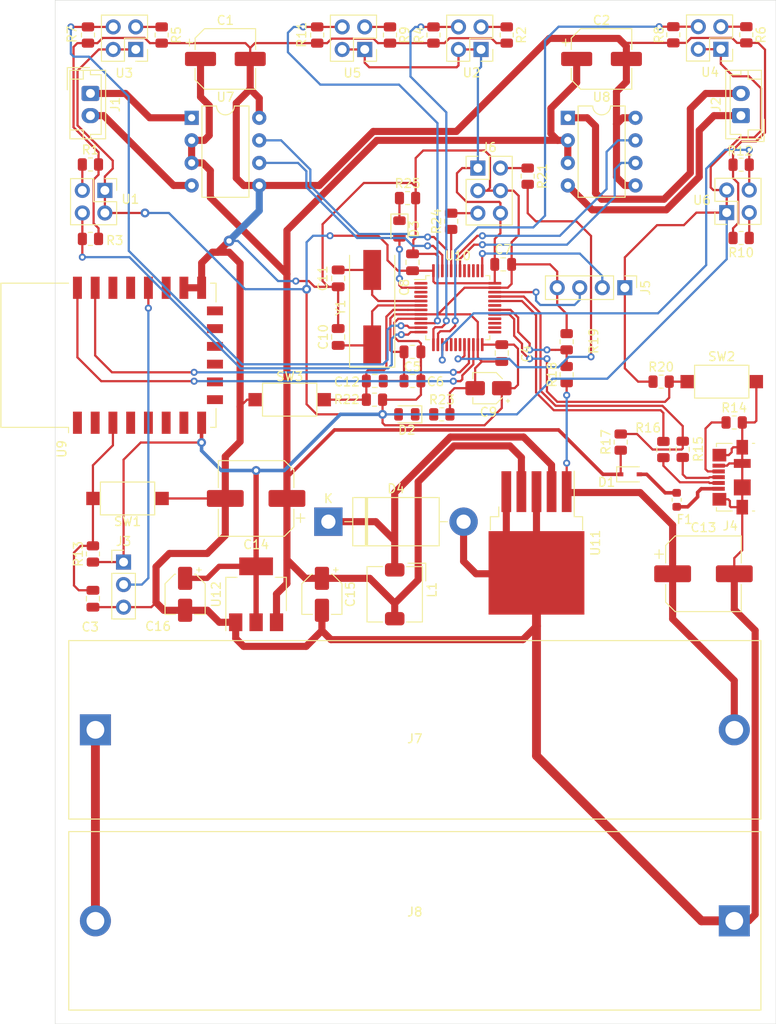
<source format=kicad_pcb>
(kicad_pcb (version 20171130) (host pcbnew 5.1.9-73d0e3b20d~88~ubuntu20.04.1)
  (layers (0 F.Cu signal) (31 B.Cu signal) (34 B.Paste user) (35 F.Paste user) (36 B.SilkS user) (37 F.SilkS user) (38 B.Mask user) (39 F.Mask user) (44 Edge.Cuts user))
  (net 0 "")
  (net 1 +3V3)
  (net 2 /Microcontrolador/OSC_OUT)
  (net 3 /Microcontrolador/OSC_IN)
  (net 4 /Microcontrolador/RST)
  (net 5 ESP_SOFT_RESET)
  (net 6 +BATT)
  (net 7 +5V)
  (net 8 "Net-(D1-Pad2)")
  (net 9 "Net-(D2-Pad1)")
  (net 10 "Net-(D3-Pad1)")
  (net 11 /Microcontrolador/STATUS_LED)
  (net 12 "Net-(D4-Pad1)")
  (net 13 "Net-(F1-Pad2)")
  (net 14 "Net-(J1-Pad2)")
  (net 15 "Net-(J1-Pad1)")
  (net 16 "Net-(J2-Pad1)")
  (net 17 "Net-(J2-Pad2)")
  (net 18 /Microcontrolador/SWCLK)
  (net 19 /Microcontrolador/SWDIO)
  (net 20 /WiFi/ESP_FLASH_ENABLE)
  (net 21 "Net-(J7-Pad1)")
  (net 22 "Net-(R1-Pad1)")
  (net 23 "Net-(R2-Pad1)")
  (net 24 SENSOR1)
  (net 25 SENSOR4)
  (net 26 "Net-(R5-Pad1)")
  (net 27 "Net-(R6-Pad1)")
  (net 28 SENSOR2)
  (net 29 SENSOR5)
  (net 30 "Net-(R9-Pad1)")
  (net 31 "Net-(R10-Pad1)")
  (net 32 SENSOR3)
  (net 33 SENSOR6)
  (net 34 /Microcontrolador/USBD_P)
  (net 35 /Microcontrolador/USBD_N)
  (net 36 /Microcontrolador/PID_INIT)
  (net 37 /Microcontrolador/BOOT1)
  (net 38 /Microcontrolador/BOOT0)
  (net 39 MOTDB)
  (net 40 MOTDA)
  (net 41 MOTIA)
  (net 42 MOTIB)
  (net 43 "Net-(U9-Pad1)")
  (net 44 "Net-(U9-Pad4)")
  (net 45 ESP_SOFT_RST)
  (net 46 "Net-(U9-Pad19)")
  (net 47 "Net-(U10-Pad1)")
  (net 48 "Net-(U10-Pad4)")
  (net 49 "Net-(U10-Pad19)")
  (net 50 GNDREF)
  (net 51 /Microcontrolador/USBB_P)
  (net 52 /Microcontrolador/USBB_N)
  (net 53 UART_TX)
  (net 54 UART_RX)
  (net 55 "Net-(J4-Pad4)")
  (net 56 "Net-(J6-Pad2)")
  (net 57 "Net-(J6-Pad5)")
  (net 58 /Microcontrolador/V_BAT)
  (net 59 "Net-(U9-Pad2)")
  (net 60 "Net-(U9-Pad5)")
  (net 61 "Net-(U9-Pad6)")
  (net 62 "Net-(U9-Pad7)")
  (net 63 "Net-(U9-Pad9)")
  (net 64 "Net-(U9-Pad10)")
  (net 65 "Net-(U9-Pad11)")
  (net 66 "Net-(U9-Pad12)")
  (net 67 "Net-(U9-Pad13)")
  (net 68 "Net-(U9-Pad14)")
  (net 69 "Net-(U9-Pad17)")
  (net 70 "Net-(U9-Pad20)")
  (net 71 "Net-(U10-Pad3)")
  (net 72 "Net-(U10-Pad16)")
  (net 73 "Net-(U10-Pad18)")
  (net 74 "Net-(U10-Pad25)")
  (net 75 "Net-(U10-Pad26)")
  (net 76 "Net-(U10-Pad27)")
  (net 77 "Net-(U10-Pad28)")
  (net 78 "Net-(U10-Pad31)")
  (net 79 "Net-(U10-Pad38)")
  (net 80 "Net-(U10-Pad39)")
  (net 81 "Net-(U10-Pad40)")
  (net 82 "Net-(U10-Pad41)")
  (module Capacitor_SMD:CP_Elec_6.3x9.9 (layer F.Cu) (at 129.4284 46.2534)
    (fp_text reference C1 (at 0 -4.35) (layer F.SilkS))
    (fp_text value 22uF)
    (pad 1 smd roundrect (at -2.8 0) (size 3.5 1.6) (layers F.Cu F.Paste F.Mask) (roundrect_rratio 0.15625) (net 7 +5V))
    (pad 2 smd roundrect (at 2.8 0) (size 3.5 1.6) (layers F.Cu F.Paste F.Mask) (roundrect_rratio 0.15625) (net 50 GNDREF))
  )
  (module Capacitor_SMD:CP_Elec_6.3x9.9 (layer F.Cu) (at 171.821 46.2534)
    (fp_text reference C2 (at 0 -4.35) (layer F.SilkS))
    (fp_text value 22uF)
    (pad 2 smd roundrect (at 2.8 0) (size 3.5 1.6) (layers F.Cu F.Paste F.Mask) (roundrect_rratio 0.15625) (net 50 GNDREF))
    (pad 1 smd roundrect (at -2.8 0) (size 3.5 1.6) (layers F.Cu F.Paste F.Mask) (roundrect_rratio 0.15625) (net 7 +5V))
  )
  (module Capacitor_SMD:C_0805_2012Metric (layer F.Cu) (at 114.5032 107.0508 270)
    (fp_text reference C3 (at 3.1852 0.3048) (layer F.SilkS))
    (fp_text value 100nF)
    (pad 1 smd roundrect (at -0.95 0 270) (size 1 1.45) (layers F.Cu F.Paste F.Mask) (net 5 ESP_SOFT_RESET))
    (pad 2 smd roundrect (at 0.95 0 270) (size 1 1.45) (layers F.Cu F.Paste F.Mask) (net 50 GNDREF))
  )
  (module Capacitor_SMD:C_0805_2012Metric (layer F.Cu) (at 160.5788 79.3821 270)
    (fp_text reference C4 (at 0.0691 -2.7686 90) (layer F.SilkS))
    (fp_text value 100nF)
    (pad 2 smd roundrect (at 0.95 0 270) (size 1 1.45) (layers F.Cu F.Paste F.Mask) (net 50 GNDREF))
    (pad 1 smd roundrect (at -0.95 0 270) (size 1 1.45) (layers F.Cu F.Paste F.Mask) (net 1 +3V3))
  )
  (module Capacitor_SMD:C_0805_2012Metric (layer F.Cu) (at 150.5133 79.248 180)
    (fp_text reference C5 (at 0 -1.68) (layer F.SilkS))
    (fp_text value 100nF)
    (pad 1 smd roundrect (at -0.95 0 180) (size 1 1.45) (layers F.Cu F.Paste F.Mask) (net 1 +3V3))
    (pad 2 smd roundrect (at 0.95 0 180) (size 1 1.45) (layers F.Cu F.Paste F.Mask) (net 50 GNDREF))
  )
  (module Capacitor_SMD:C_0805_2012Metric (layer F.Cu) (at 150.5133 82.5246 180)
    (fp_text reference C6 (at -2.5979 -0.0762) (layer F.SilkS))
    (fp_text value 100nF)
    (pad 1 smd roundrect (at -0.95 0 180) (size 1 1.45) (layers F.Cu F.Paste F.Mask) (net 1 +3V3))
    (pad 2 smd roundrect (at 0.95 0 180) (size 1 1.45) (layers F.Cu F.Paste F.Mask) (net 50 GNDREF))
  )
  (module Capacitor_SMD:C_0805_2012Metric (layer F.Cu) (at 160.7383 69.3928)
    (fp_text reference C7 (at 0 -1.68) (layer F.SilkS))
    (fp_text value 100nF)
    (pad 1 smd roundrect (at -0.95 0) (size 1 1.45) (layers F.Cu F.Paste F.Mask) (net 1 +3V3))
    (pad 2 smd roundrect (at 0.95 0) (size 1 1.45) (layers F.Cu F.Paste F.Mask) (net 50 GNDREF))
  )
  (module Capacitor_SMD:C_0805_2012Metric (layer F.Cu) (at 150.5204 69.1571 90)
    (fp_text reference C8 (at -2.8265 -0.9144 90) (layer F.SilkS))
    (fp_text value 100nF)
    (pad 2 smd roundrect (at 0.95 0 90) (size 1 1.45) (layers F.Cu F.Paste F.Mask) (net 50 GNDREF))
    (pad 1 smd roundrect (at -0.95 0 90) (size 1 1.45) (layers F.Cu F.Paste F.Mask) (net 1 +3V3))
  )
  (module Capacitor_SMD:CP_Elec_3x5.4 (layer F.Cu) (at 159.0802 83.3374 180)
    (fp_text reference C9 (at 0 -2.7) (layer F.SilkS))
    (fp_text value 4.7uF)
    (pad 1 smd roundrect (at -1.5 0 180) (size 2.2 1.6) (layers F.Cu F.Paste F.Mask) (roundrect_rratio 0.15625) (net 1 +3V3))
    (pad 2 smd roundrect (at 1.5 0 180) (size 2.2 1.6) (layers F.Cu F.Paste F.Mask) (roundrect_rratio 0.15625) (net 50 GNDREF))
  )
  (module Capacitor_SMD:C_0805_2012Metric (layer F.Cu) (at 142.1384 77.5696 90)
    (fp_text reference C10 (at 0 -1.68 90) (layer F.SilkS))
    (fp_text value 20pF)
    (pad 2 smd roundrect (at 0.95 0 90) (size 1 1.45) (layers F.Cu F.Paste F.Mask) (net 50 GNDREF))
    (pad 1 smd roundrect (at -0.95 0 90) (size 1 1.45) (layers F.Cu F.Paste F.Mask) (net 2 /Microcontrolador/OSC_OUT))
  )
  (module Capacitor_SMD:C_0805_2012Metric (layer F.Cu) (at 142.1384 70.9696 270)
    (fp_text reference C11 (at 0 1.7272 90) (layer F.SilkS))
    (fp_text value 20pF)
    (pad 1 smd roundrect (at -0.95 0 270) (size 1 1.45) (layers F.Cu F.Paste F.Mask) (net 3 /Microcontrolador/OSC_IN))
    (pad 2 smd roundrect (at 0.95 0 270) (size 1 1.45) (layers F.Cu F.Paste F.Mask) (net 50 GNDREF))
  )
  (module Capacitor_SMD:C_0805_2012Metric (layer F.Cu) (at 146.2684 82.5246)
    (fp_text reference C12 (at -3.1394 0.1016) (layer F.SilkS))
    (fp_text value 100nF)
    (pad 2 smd roundrect (at 0.95 0) (size 1 1.45) (layers F.Cu F.Paste F.Mask) (net 50 GNDREF))
    (pad 1 smd roundrect (at -0.95 0) (size 1 1.45) (layers F.Cu F.Paste F.Mask) (net 4 /Microcontrolador/RST))
  )
  (module Capacitor_SMD:CP_Elec_8x6.9 (layer F.Cu) (at 183.3076 104.2416)
    (fp_text reference C13 (at 0 -5.2) (layer F.SilkS))
    (fp_text value 220uF)
    (pad 1 smd roundrect (at -3.475 0) (size 4.15 1.9) (layers F.Cu F.Paste F.Mask) (roundrect_rratio 0.131579) (net 6 +BATT))
    (pad 2 smd roundrect (at 3.475 0) (size 4.15 1.9) (layers F.Cu F.Paste F.Mask) (roundrect_rratio 0.131579) (net 50 GNDREF))
  )
  (module Capacitor_SMD:CP_Elec_8x6.9 (layer F.Cu) (at 132.8928 95.758 180)
    (fp_text reference C14 (at 0 -5.2) (layer F.SilkS))
    (fp_text value 220uF)
    (pad 2 smd roundrect (at 3.475 0 180) (size 4.15 1.9) (layers F.Cu F.Paste F.Mask) (roundrect_rratio 0.131579) (net 50 GNDREF))
    (pad 1 smd roundrect (at -3.475 0 180) (size 4.15 1.9) (layers F.Cu F.Paste F.Mask) (roundrect_rratio 0.131579) (net 7 +5V))
  )
  (module Capacitor_SMD:CP_Elec_4x5.8 (layer F.Cu) (at 140.3096 106.553 270)
    (fp_text reference C15 (at 0 -3.2 90) (layer F.SilkS))
    (fp_text value 22uF)
    (pad 1 smd roundrect (at -1.8 0 270) (size 2.6 1.6) (layers F.Cu F.Paste F.Mask) (roundrect_rratio 0.15625) (net 7 +5V))
    (pad 2 smd roundrect (at 1.8 0 270) (size 2.6 1.6) (layers F.Cu F.Paste F.Mask) (roundrect_rratio 0.15625) (net 50 GNDREF))
  )
  (module Capacitor_SMD:CP_Elec_4x5.8 (layer F.Cu) (at 124.8918 106.553 270)
    (fp_text reference C16 (at 3.6068 3.048) (layer F.SilkS))
    (fp_text value 22uF)
    (pad 2 smd roundrect (at 1.8 0 270) (size 2.6 1.6) (layers F.Cu F.Paste F.Mask) (roundrect_rratio 0.15625) (net 50 GNDREF))
    (pad 1 smd roundrect (at -1.8 0 270) (size 2.6 1.6) (layers F.Cu F.Paste F.Mask) (roundrect_rratio 0.15625) (net 1 +3V3))
  )
  (module Diode_SMD:D_SOD-323 (layer F.Cu) (at 175.0314 93.0402)
    (fp_text reference D1 (at -2.6416 0.889) (layer F.SilkS))
    (fp_text value BAT60A)
    (pad 1 smd rect (at -1.05 0) (size 0.6 0.45) (layers F.Cu F.Paste F.Mask) (net 7 +5V))
    (pad 2 smd rect (at 1.05 0) (size 0.6 0.45) (layers F.Cu F.Paste F.Mask) (net 8 "Net-(D1-Pad2)"))
  )
  (module Diode_SMD:D_0805_2012Metric (layer F.Cu) (at 149.8831 86.2838 180)
    (fp_text reference D2 (at 0 -1.778) (layer F.SilkS))
    (fp_text value LED)
    (pad 2 smd roundrect (at 0.9375 0 180) (size 0.975 1.4) (layers F.Cu F.Paste F.Mask) (net 1 +3V3))
    (pad 1 smd roundrect (at -0.9375 0 180) (size 0.975 1.4) (layers F.Cu F.Paste F.Mask) (net 9 "Net-(D2-Pad1)"))
  )
  (module Diode_SMD:D_0805_2012Metric (layer F.Cu) (at 149.0472 65.4073 270)
    (fp_text reference D3 (at 0 -1.65 90) (layer F.SilkS))
    (fp_text value LED)
    (pad 1 smd roundrect (at -0.9375 0 270) (size 0.975 1.4) (layers F.Cu F.Paste F.Mask) (net 10 "Net-(D3-Pad1)"))
    (pad 2 smd roundrect (at 0.9375 0 270) (size 0.975 1.4) (layers F.Cu F.Paste F.Mask) (net 11 /Microcontrolador/STATUS_LED))
  )
  (module Diode_THT:D_DO-201AD_P15.24mm_Horizontal (layer F.Cu) (at 141.0363 98.3742)
    (fp_text reference D4 (at 7.62 -3.72) (layer F.SilkS))
    (fp_text value 1N5822)
    (fp_text user K (at 0 -2.6) (layer F.SilkS))
    (pad 1 thru_hole rect (at 0 0) (size 3.2 3.2) (drill 1.6) (layers *.Cu *.Mask) (net 12 "Net-(D4-Pad1)"))
    (pad 2 thru_hole oval (at 15.24 0) (size 3.2 3.2) (drill 1.6) (layers *.Cu *.Mask) (net 50 GNDREF))
  )
  (module Fuse:Fuse_0603_1608Metric (layer F.Cu) (at 180.2892 95.9104 270)
    (fp_text reference F1 (at 2.2098 -0.889 180) (layer F.SilkS))
    (fp_text value 500mA)
    (pad 1 smd roundrect (at -0.7875 0 270) (size 0.875 0.95) (layers F.Cu F.Paste F.Mask) (net 8 "Net-(D1-Pad2)"))
    (pad 2 smd roundrect (at 0.7875 0 270) (size 0.875 0.95) (layers F.Cu F.Paste F.Mask) (net 13 "Net-(F1-Pad2)"))
  )
  (module Connector_JST:JST_EH_B2B-EH-A_1x02_P2.50mm_Vertical (layer F.Cu) (at 114.2238 50.1396 270)
    (fp_text reference J1 (at 1.25 -2.8 90) (layer F.SilkS))
    (fp_text value "Motor izquierda")
    (pad 1 thru_hole roundrect (at 0 0 270) (size 1.7 2) (drill 1) (layers *.Cu *.Mask) (roundrect_rratio 0.147059) (net 15 "Net-(J1-Pad1)"))
    (pad 2 thru_hole oval (at 2.5 0 270) (size 1.7 2) (drill 1) (layers *.Cu *.Mask) (net 14 "Net-(J1-Pad2)"))
  )
  (module Connector_JST:JST_EH_B2B-EH-A_1x02_P2.50mm_Vertical (layer F.Cu) (at 187.5282 52.6396 90)
    (fp_text reference J2 (at 1.25 -2.8 90) (layer F.SilkS))
    (fp_text value "Motor derecha")
    (pad 2 thru_hole oval (at 2.5 0 90) (size 1.7 2) (drill 1) (layers *.Cu *.Mask) (net 17 "Net-(J2-Pad2)"))
    (pad 1 thru_hole roundrect (at 0 0 90) (size 1.7 2) (drill 1) (layers *.Cu *.Mask) (roundrect_rratio 0.147059) (net 16 "Net-(J2-Pad1)"))
  )
  (module Connector_PinHeader_2.54mm:PinHeader_1x03_P2.54mm_Vertical (layer F.Cu) (at 117.9576 102.9208)
    (fp_text reference J3 (at 0 -2.33) (layer F.SilkS))
    (fp_text value "Flash enable")
    (pad 1 thru_hole rect (at 0 0) (size 1.7 1.7) (drill 1) (layers *.Cu *.Mask) (net 1 +3V3))
    (pad 2 thru_hole oval (at 0 2.54) (size 1.7 1.7) (drill 1) (layers *.Cu *.Mask) (net 20 /WiFi/ESP_FLASH_ENABLE))
    (pad 3 thru_hole oval (at 0 5.08) (size 1.7 1.7) (drill 1) (layers *.Cu *.Mask) (net 50 GNDREF))
  )
  (module Connector_USB:USB_Micro-B_Molex_47346-0001 (layer F.Cu) (at 186.4806 93.3634 90)
    (fp_text reference J4 (at -5.4934 -0.1462) (layer F.SilkS))
    (fp_text value USB)
    (pad 1 smd rect (at -1.3 -1.46 90) (size 0.45 1.38) (layers F.Cu F.Paste F.Mask) (net 13 "Net-(F1-Pad2)"))
    (pad 2 smd rect (at -0.65 -1.46 90) (size 0.45 1.38) (layers F.Cu F.Paste F.Mask) (net 52 /Microcontrolador/USBB_N))
    (pad 3 smd rect (at 0 -1.46 90) (size 0.45 1.38) (layers F.Cu F.Paste F.Mask) (net 51 /Microcontrolador/USBB_P))
    (pad 4 smd rect (at 0.65 -1.46 90) (size 0.45 1.38) (layers F.Cu F.Paste F.Mask) (net 55 "Net-(J4-Pad4)"))
    (pad 5 smd rect (at 1.3 -1.46 90) (size 0.45 1.38) (layers F.Cu F.Paste F.Mask) (net 50 GNDREF))
    (pad 6 smd rect (at -2.4875 -1.375 90) (size 1.425 1.55) (layers F.Cu F.Paste F.Mask) (net 50 GNDREF))
    (pad 6 smd rect (at 2.4875 -1.375 90) (size 1.425 1.55) (layers F.Cu F.Paste F.Mask) (net 50 GNDREF))
    (pad 6 smd rect (at -3.375 1.2 90) (size 1.65 1.3) (layers F.Cu F.Paste F.Mask) (net 50 GNDREF))
    (pad 6 smd rect (at 3.375 1.2 90) (size 1.65 1.3) (layers F.Cu F.Paste F.Mask) (net 50 GNDREF))
    (pad 6 smd rect (at -1.15 1.2 90) (size 1.8 1.9) (layers F.Cu F.Paste F.Mask) (net 50 GNDREF))
    (pad 6 smd rect (at 1.55 1.2 90) (size 1 1.9) (layers F.Cu F.Paste F.Mask) (net 50 GNDREF))
  )
  (module Connector_PinHeader_2.54mm:PinHeader_1x04_P2.54mm_Vertical (layer F.Cu) (at 174.4472 72.0196 270)
    (fp_text reference J5 (at 0 -2.33 90) (layer F.SilkS))
    (fp_text value SWD)
    (pad 1 thru_hole rect (at 0 0 270) (size 1.7 1.7) (drill 1) (layers *.Cu *.Mask) (net 1 +3V3))
    (pad 2 thru_hole oval (at 0 2.54 270) (size 1.7 1.7) (drill 1) (layers *.Cu *.Mask) (net 19 /Microcontrolador/SWDIO))
    (pad 3 thru_hole oval (at 0 5.08 270) (size 1.7 1.7) (drill 1) (layers *.Cu *.Mask) (net 18 /Microcontrolador/SWCLK))
    (pad 4 thru_hole oval (at 0 7.62 270) (size 1.7 1.7) (drill 1) (layers *.Cu *.Mask) (net 50 GNDREF))
  )
  (module Connector_PinHeader_2.54mm:PinHeader_2x03_P2.54mm_Vertical (layer F.Cu) (at 157.8864 58.547)
    (fp_text reference J6 (at 1.27 -2.33) (layer F.SilkS))
    (fp_text value "BOOT MODE")
    (pad 1 thru_hole rect (at 0 0) (size 1.7 1.7) (drill 1) (layers *.Cu *.Mask) (net 1 +3V3))
    (pad 2 thru_hole oval (at 2.54 0) (size 1.7 1.7) (drill 1) (layers *.Cu *.Mask) (net 56 "Net-(J6-Pad2)"))
    (pad 3 thru_hole oval (at 0 2.54) (size 1.7 1.7) (drill 1) (layers *.Cu *.Mask) (net 50 GNDREF))
    (pad 4 thru_hole oval (at 2.54 2.54) (size 1.7 1.7) (drill 1) (layers *.Cu *.Mask) (net 50 GNDREF))
    (pad 5 thru_hole oval (at 0 5.08) (size 1.7 1.7) (drill 1) (layers *.Cu *.Mask) (net 57 "Net-(J6-Pad5)"))
    (pad 6 thru_hole oval (at 2.54 5.08) (size 1.7 1.7) (drill 1) (layers *.Cu *.Mask) (net 1 +3V3))
  )
  (module Battery:BatteryHolder_MPD_BH-18650-PC2 (layer F.Cu) (at 114.7826 121.8184)
    (fp_text reference J7 (at 36 1) (layer F.SilkS))
    (fp_text value Batería2)
    (pad 2 thru_hole circle (at 72 0) (size 3.5 3.5) (drill 2) (layers *.Cu *.Mask) (net 6 +BATT))
    (pad 1 thru_hole rect (at 0 0) (size 3.5 3.5) (drill 2) (layers *.Cu *.Mask) (net 21 "Net-(J7-Pad1)"))
    (pad "" np_thru_hole circle (at 8.645 0) (size 3.2 3.2) (drill 3.2) (layers *.Cu *.Mask))
    (pad "" np_thru_hole circle (at 64.255 0) (size 3.2 3.2) (drill 3.2) (layers *.Cu *.Mask))
  )
  (module Battery:BatteryHolder_MPD_BH-18650-PC2 (layer F.Cu) (at 186.7826 143.3322 180)
    (fp_text reference J8 (at 36 1) (layer F.SilkS))
    (fp_text value Bateria1)
    (pad "" np_thru_hole circle (at 64.255 0 180) (size 3.2 3.2) (drill 3.2) (layers *.Cu *.Mask))
    (pad "" np_thru_hole circle (at 8.645 0 180) (size 3.2 3.2) (drill 3.2) (layers *.Cu *.Mask))
    (pad 1 thru_hole rect (at 0 0 180) (size 3.5 3.5) (drill 2) (layers *.Cu *.Mask) (net 50 GNDREF))
    (pad 2 thru_hole circle (at 72 0 180) (size 3.5 3.5) (drill 2) (layers *.Cu *.Mask) (net 21 "Net-(J7-Pad1)"))
  )
  (module Inductor_SMD:L_TDK_SLF6045 (layer F.Cu) (at 148.5138 106.553 270)
    (fp_text reference L1 (at -0.5 -4.2 90) (layer F.SilkS))
    (fp_text value 33uH)
    (fp_text user "" (at -49 0.05 90) (layer F.SilkS) (effects (font (size 3 3))))
    (pad 2 smd roundrect (at 2.75 0 270) (size 1.5 2.2) (layers F.Cu F.Paste F.Mask) (net 7 +5V))
    (pad 1 smd roundrect (at -2.75 0 270) (size 1.5 2.2) (layers F.Cu F.Paste F.Mask) (net 12 "Net-(D4-Pad1)"))
  )
  (module Resistor_SMD:R_0805_2012Metric (layer F.Cu) (at 114.2219 58.1406)
    (fp_text reference R1 (at 0 -1.65) (layer F.SilkS))
    (fp_text value 120R)
    (pad 2 smd roundrect (at 0.9125 0) (size 1.025 1.4) (layers F.Cu F.Paste F.Mask) (roundrect_rratio 0.243902) (net 50 GNDREF))
    (pad 1 smd roundrect (at -0.9125 0) (size 1.025 1.4) (layers F.Cu F.Paste F.Mask) (roundrect_rratio 0.243902) (net 22 "Net-(R1-Pad1)"))
  )
  (module Resistor_SMD:R_0805_2012Metric (layer F.Cu) (at 161.1376 43.5591 270)
    (fp_text reference R2 (at 0 -1.65 90) (layer F.SilkS))
    (fp_text value 120R)
    (pad 2 smd roundrect (at 0.9125 0 270) (size 1.025 1.4) (layers F.Cu F.Paste F.Mask) (roundrect_rratio 0.243902) (net 50 GNDREF))
    (pad 1 smd roundrect (at -0.9125 0 270) (size 1.025 1.4) (layers F.Cu F.Paste F.Mask) (roundrect_rratio 0.243902) (net 23 "Net-(R2-Pad1)"))
  )
  (module Resistor_SMD:R_0805_2012Metric (layer F.Cu) (at 114.2238 66.5226)
    (fp_text reference R3 (at 2.7432 0.1778) (layer F.SilkS))
    (fp_text value 50k)
    (pad 1 smd roundrect (at -0.9125 0) (size 1.025 1.4) (layers F.Cu F.Paste F.Mask) (roundrect_rratio 0.243902) (net 24 SENSOR1))
    (pad 2 smd roundrect (at 0.9125 0) (size 1.025 1.4) (layers F.Cu F.Paste F.Mask) (roundrect_rratio 0.243902) (net 50 GNDREF))
  )
  (module Resistor_SMD:R_0805_2012Metric (layer F.Cu) (at 152.8826 43.5591 270)
    (fp_text reference R4 (at 0 1.6256 90) (layer F.SilkS))
    (fp_text value 50k)
    (pad 1 smd roundrect (at -0.9125 0 270) (size 1.025 1.4) (layers F.Cu F.Paste F.Mask) (roundrect_rratio 0.243902) (net 25 SENSOR4))
    (pad 2 smd roundrect (at 0.9125 0 270) (size 1.025 1.4) (layers F.Cu F.Paste F.Mask) (roundrect_rratio 0.243902) (net 50 GNDREF))
  )
  (module Resistor_SMD:R_0805_2012Metric (layer F.Cu) (at 122.2502 43.5591 270)
    (fp_text reference R5 (at 0 -1.65 90) (layer F.SilkS))
    (fp_text value 120R)
    (pad 2 smd roundrect (at 0.9125 0 270) (size 1.025 1.4) (layers F.Cu F.Paste F.Mask) (roundrect_rratio 0.243902) (net 50 GNDREF))
    (pad 1 smd roundrect (at -0.9125 0 270) (size 1.025 1.4) (layers F.Cu F.Paste F.Mask) (roundrect_rratio 0.243902) (net 26 "Net-(R5-Pad1)"))
  )
  (module Resistor_SMD:R_0805_2012Metric (layer F.Cu) (at 188.1378 43.5337 270)
    (fp_text reference R6 (at 0 -1.65 90) (layer F.SilkS))
    (fp_text value 120R)
    (pad 2 smd roundrect (at 0.9125 0 270) (size 1.025 1.4) (layers F.Cu F.Paste F.Mask) (roundrect_rratio 0.243902) (net 50 GNDREF))
    (pad 1 smd roundrect (at -0.9125 0 270) (size 1.025 1.4) (layers F.Cu F.Paste F.Mask) (roundrect_rratio 0.243902) (net 27 "Net-(R6-Pad1)"))
  )
  (module Resistor_SMD:R_0805_2012Metric (layer F.Cu) (at 113.9444 43.5591 270)
    (fp_text reference R7 (at -0.0781 1.8034 90) (layer F.SilkS))
    (fp_text value 50k)
    (pad 1 smd roundrect (at -0.9125 0 270) (size 1.025 1.4) (layers F.Cu F.Paste F.Mask) (roundrect_rratio 0.243902) (net 28 SENSOR2))
    (pad 2 smd roundrect (at 0.9125 0 270) (size 1.025 1.4) (layers F.Cu F.Paste F.Mask) (roundrect_rratio 0.243902) (net 50 GNDREF))
  )
  (module Resistor_SMD:R_0805_2012Metric (layer F.Cu) (at 179.9082 43.5337 270)
    (fp_text reference R8 (at 0.0019 1.6002 90) (layer F.SilkS))
    (fp_text value 50k)
    (pad 1 smd roundrect (at -0.9125 0 270) (size 1.025 1.4) (layers F.Cu F.Paste F.Mask) (roundrect_rratio 0.243902) (net 29 SENSOR5))
    (pad 2 smd roundrect (at 0.9125 0 270) (size 1.025 1.4) (layers F.Cu F.Paste F.Mask) (roundrect_rratio 0.243902) (net 50 GNDREF))
  )
  (module Resistor_SMD:R_0805_2012Metric (layer F.Cu) (at 147.9804 43.5591 270)
    (fp_text reference R9 (at 0 -1.65 90) (layer F.SilkS))
    (fp_text value 120R)
    (pad 2 smd roundrect (at 0.9125 0 270) (size 1.025 1.4) (layers F.Cu F.Paste F.Mask) (roundrect_rratio 0.243902) (net 50 GNDREF))
    (pad 1 smd roundrect (at -0.9125 0 270) (size 1.025 1.4) (layers F.Cu F.Paste F.Mask) (roundrect_rratio 0.243902) (net 30 "Net-(R9-Pad1)"))
  )
  (module Resistor_SMD:R_0805_2012Metric (layer F.Cu) (at 187.5555 66.421 180)
    (fp_text reference R10 (at 0 -1.65) (layer F.SilkS))
    (fp_text value 120R)
    (pad 2 smd roundrect (at 0.9125 0 180) (size 1.025 1.4) (layers F.Cu F.Paste F.Mask) (roundrect_rratio 0.243902) (net 50 GNDREF))
    (pad 1 smd roundrect (at -0.9125 0 180) (size 1.025 1.4) (layers F.Cu F.Paste F.Mask) (roundrect_rratio 0.243902) (net 31 "Net-(R10-Pad1)"))
  )
  (module Resistor_SMD:R_0805_2012Metric (layer F.Cu) (at 139.7762 43.5591 270)
    (fp_text reference R11 (at -0.0273 1.7526 90) (layer F.SilkS))
    (fp_text value 50k)
    (pad 1 smd roundrect (at -0.9125 0 270) (size 1.025 1.4) (layers F.Cu F.Paste F.Mask) (roundrect_rratio 0.243902) (net 32 SENSOR3))
    (pad 2 smd roundrect (at 0.9125 0 270) (size 1.025 1.4) (layers F.Cu F.Paste F.Mask) (roundrect_rratio 0.243902) (net 50 GNDREF))
  )
  (module Resistor_SMD:R_0805_2012Metric (layer F.Cu) (at 187.5555 58.166 180)
    (fp_text reference R12 (at 0.1035 1.5494) (layer F.SilkS))
    (fp_text value 50k)
    (pad 1 smd roundrect (at -0.9125 0 180) (size 1.025 1.4) (layers F.Cu F.Paste F.Mask) (roundrect_rratio 0.243902) (net 33 SENSOR6))
    (pad 2 smd roundrect (at 0.9125 0 180) (size 1.025 1.4) (layers F.Cu F.Paste F.Mask) (roundrect_rratio 0.243902) (net 50 GNDREF))
  )
  (module Resistor_SMD:R_0805_2012Metric (layer F.Cu) (at 114.5032 102.0083 90)
    (fp_text reference R13 (at 0 -1.65 90) (layer F.SilkS))
    (fp_text value 10k)
    (pad 1 smd roundrect (at -0.9125 0 90) (size 1.025 1.4) (layers F.Cu F.Paste F.Mask) (roundrect_rratio 0.243902) (net 1 +3V3))
    (pad 2 smd roundrect (at 0.9125 0 90) (size 1.025 1.4) (layers F.Cu F.Paste F.Mask) (roundrect_rratio 0.243902) (net 5 ESP_SOFT_RESET))
  )
  (module Resistor_SMD:R_0805_2012Metric (layer F.Cu) (at 186.7681 87.1982)
    (fp_text reference R14 (at 0 -1.65) (layer F.SilkS))
    (fp_text value 10k)
    (pad 2 smd roundrect (at 0.9125 0) (size 1.025 1.4) (layers F.Cu F.Paste F.Mask) (roundrect_rratio 0.243902) (net 50 GNDREF))
    (pad 1 smd roundrect (at -0.9125 0) (size 1.025 1.4) (layers F.Cu F.Paste F.Mask) (roundrect_rratio 0.243902) (net 55 "Net-(J4-Pad4)"))
  )
  (module Resistor_SMD:R_0805_2012Metric (layer F.Cu) (at 180.9712 90.2227 270)
    (fp_text reference R15 (at -0.0273 -1.7564 90) (layer F.SilkS))
    (fp_text value 20R)
    (pad 1 smd roundrect (at -0.9125 0 270) (size 1.025 1.4) (layers F.Cu F.Paste F.Mask) (roundrect_rratio 0.243902) (net 34 /Microcontrolador/USBD_P))
    (pad 2 smd roundrect (at 0.9125 0 270) (size 1.025 1.4) (layers F.Cu F.Paste F.Mask) (roundrect_rratio 0.243902) (net 51 /Microcontrolador/USBB_P))
  )
  (module Resistor_SMD:R_0805_2012Metric (layer F.Cu) (at 178.7906 90.2481 270)
    (fp_text reference R16 (at -2.4403 1.7272 180) (layer F.SilkS))
    (fp_text value 20R)
    (pad 1 smd roundrect (at -0.9125 0 270) (size 1.025 1.4) (layers F.Cu F.Paste F.Mask) (roundrect_rratio 0.243902) (net 35 /Microcontrolador/USBD_N))
    (pad 2 smd roundrect (at 0.9125 0 270) (size 1.025 1.4) (layers F.Cu F.Paste F.Mask) (roundrect_rratio 0.243902) (net 52 /Microcontrolador/USBB_N))
  )
  (module Resistor_SMD:R_0805_2012Metric (layer F.Cu) (at 173.9814 89.4099 270)
    (fp_text reference R17 (at 0 1.6678 90) (layer F.SilkS))
    (fp_text value 4.7k)
    (pad 2 smd roundrect (at 0.9125 0 270) (size 1.025 1.4) (layers F.Cu F.Paste F.Mask) (roundrect_rratio 0.243902) (net 7 +5V))
    (pad 1 smd roundrect (at -0.9125 0 270) (size 1.025 1.4) (layers F.Cu F.Paste F.Mask) (roundrect_rratio 0.243902) (net 34 /Microcontrolador/USBD_P))
  )
  (module Resistor_SMD:R_0805_2012Metric (layer F.Cu) (at 167.8904 81.8115 90)
    (fp_text reference R18 (at 0 -1.65 90) (layer F.SilkS))
    (fp_text value 20k)
    (pad 1 smd roundrect (at -0.9125 0 90) (size 1.025 1.4) (layers F.Cu F.Paste F.Mask) (roundrect_rratio 0.243902) (net 6 +BATT))
    (pad 2 smd roundrect (at 0.9125 0 90) (size 1.025 1.4) (layers F.Cu F.Paste F.Mask) (roundrect_rratio 0.243902) (net 58 /Microcontrolador/V_BAT))
  )
  (module Resistor_SMD:R_0805_2012Metric (layer F.Cu) (at 167.8904 78.1069 90)
    (fp_text reference R19 (at 0.0781 3.0516 90) (layer F.SilkS))
    (fp_text value 10k)
    (pad 2 smd roundrect (at 0.9125 0 90) (size 1.025 1.4) (layers F.Cu F.Paste F.Mask) (roundrect_rratio 0.243902) (net 50 GNDREF))
    (pad 1 smd roundrect (at -0.9125 0 90) (size 1.025 1.4) (layers F.Cu F.Paste F.Mask) (roundrect_rratio 0.243902) (net 58 /Microcontrolador/V_BAT))
  )
  (module Resistor_SMD:R_0805_2012Metric (layer F.Cu) (at 178.5385 82.6008)
    (fp_text reference R20 (at 0 -1.65) (layer F.SilkS))
    (fp_text value 10k)
    (pad 1 smd roundrect (at -0.9125 0) (size 1.025 1.4) (layers F.Cu F.Paste F.Mask) (roundrect_rratio 0.243902) (net 1 +3V3))
    (pad 2 smd roundrect (at 0.9125 0) (size 1.025 1.4) (layers F.Cu F.Paste F.Mask) (roundrect_rratio 0.243902) (net 36 /Microcontrolador/PID_INIT))
  )
  (module Resistor_SMD:R_0805_2012Metric (layer F.Cu) (at 163.4998 59.4595 270)
    (fp_text reference R21 (at 0 -1.65 90) (layer F.SilkS))
    (fp_text value 100k)
    (pad 2 smd roundrect (at 0.9125 0 270) (size 1.025 1.4) (layers F.Cu F.Paste F.Mask) (roundrect_rratio 0.243902) (net 37 /Microcontrolador/BOOT1))
    (pad 1 smd roundrect (at -0.9125 0 270) (size 1.025 1.4) (layers F.Cu F.Paste F.Mask) (roundrect_rratio 0.243902) (net 56 "Net-(J6-Pad2)"))
  )
  (module Resistor_SMD:R_0805_2012Metric (layer F.Cu) (at 146.2309 84.6328 180)
    (fp_text reference R22 (at 3.1223 0.0254) (layer F.SilkS))
    (fp_text value 10k)
    (pad 2 smd roundrect (at 0.9125 0 180) (size 1.025 1.4) (layers F.Cu F.Paste F.Mask) (roundrect_rratio 0.243902) (net 4 /Microcontrolador/RST))
    (pad 1 smd roundrect (at -0.9125 0 180) (size 1.025 1.4) (layers F.Cu F.Paste F.Mask) (roundrect_rratio 0.243902) (net 1 +3V3))
  )
  (module Resistor_SMD:R_0805_2012Metric (layer F.Cu) (at 153.8243 86.2838)
    (fp_text reference R23 (at 0 -1.65) (layer F.SilkS))
    (fp_text value 110R)
    (pad 2 smd roundrect (at 0.9125 0) (size 1.025 1.4) (layers F.Cu F.Paste F.Mask) (roundrect_rratio 0.243902) (net 50 GNDREF))
    (pad 1 smd roundrect (at -0.9125 0) (size 1.025 1.4) (layers F.Cu F.Paste F.Mask) (roundrect_rratio 0.243902) (net 9 "Net-(D2-Pad1)"))
  )
  (module Resistor_SMD:R_0805_2012Metric (layer F.Cu) (at 154.8758 64.5395 90)
    (fp_text reference R24 (at 0 -1.65 90) (layer F.SilkS))
    (fp_text value 100k)
    (pad 1 smd roundrect (at -0.9125 0 90) (size 1.025 1.4) (layers F.Cu F.Paste F.Mask) (roundrect_rratio 0.243902) (net 38 /Microcontrolador/BOOT0))
    (pad 2 smd roundrect (at 0.9125 0 90) (size 1.025 1.4) (layers F.Cu F.Paste F.Mask) (roundrect_rratio 0.243902) (net 57 "Net-(J6-Pad5)"))
  )
  (module Resistor_SMD:R_0805_2012Metric (layer F.Cu) (at 149.9597 61.9252)
    (fp_text reference R25 (at 0 -1.65) (layer F.SilkS))
    (fp_text value 110R)
    (pad 1 smd roundrect (at -0.9125 0) (size 1.025 1.4) (layers F.Cu F.Paste F.Mask) (roundrect_rratio 0.243902) (net 10 "Net-(D3-Pad1)"))
    (pad 2 smd roundrect (at 0.9125 0) (size 1.025 1.4) (layers F.Cu F.Paste F.Mask) (roundrect_rratio 0.243902) (net 50 GNDREF))
  )
  (module Button_Switch_SMD:SW_SPST_CK_RS282G05A3 (layer F.Cu) (at 118.4032 95.758 180)
    (fp_text reference SW1 (at 0 -2.6) (layer F.SilkS))
    (fp_text value RESET)
    (pad 2 smd rect (at 3.9 0 180) (size 1.5 1.5) (layers F.Cu F.Paste F.Mask) (net 5 ESP_SOFT_RESET))
    (pad 1 smd rect (at -3.9 0 180) (size 1.5 1.5) (layers F.Cu F.Paste F.Mask) (net 50 GNDREF))
  )
  (module Button_Switch_SMD:SW_SPST_CK_RS282G05A3 (layer F.Cu) (at 185.3692 82.6008 180)
    (fp_text reference SW2 (at 0.0116 2.8194) (layer F.SilkS))
    (fp_text value "PID Init")
    (pad 1 smd rect (at -3.9 0 180) (size 1.5 1.5) (layers F.Cu F.Paste F.Mask) (net 50 GNDREF))
    (pad 2 smd rect (at 3.9 0 180) (size 1.5 1.5) (layers F.Cu F.Paste F.Mask) (net 36 /Microcontrolador/PID_INIT))
  )
  (module Button_Switch_SMD:SW_SPST_CK_RS282G05A3 (layer F.Cu) (at 136.6774 84.6328)
    (fp_text reference SW3 (at 0 -2.6) (layer F.SilkS))
    (fp_text value RESET)
    (pad 1 smd rect (at -3.9 0) (size 1.5 1.5) (layers F.Cu F.Paste F.Mask) (net 50 GNDREF))
    (pad 2 smd rect (at 3.9 0) (size 1.5 1.5) (layers F.Cu F.Paste F.Mask) (net 4 /Microcontrolador/RST))
  )
  (module Connector_PinSocket_2.54mm:PinSocket_2x02_P2.54mm_Vertical (layer F.Cu) (at 115.8494 61.0616)
    (fp_text reference U1 (at 2.8702 0.9906) (layer F.SilkS))
    (fp_text value TCRT5000)
    (pad 4 thru_hole oval (at -2.54 2.54) (size 1.7 1.7) (drill 1) (layers *.Cu *.Mask) (net 24 SENSOR1))
    (pad 3 thru_hole oval (at 0 2.54) (size 1.7 1.7) (drill 1) (layers *.Cu *.Mask) (net 1 +3V3))
    (pad 2 thru_hole oval (at -2.54 0) (size 1.7 1.7) (drill 1) (layers *.Cu *.Mask) (net 22 "Net-(R1-Pad1)"))
    (pad 1 thru_hole rect (at 0 0) (size 1.7 1.7) (drill 1) (layers *.Cu *.Mask) (net 1 +3V3))
  )
  (module Connector_PinSocket_2.54mm:PinSocket_2x02_P2.54mm_Vertical (layer F.Cu) (at 158.242 45.1866 270)
    (fp_text reference U2 (at 2.6216 1.0668 180) (layer F.SilkS))
    (fp_text value TCRT5000)
    (pad 1 thru_hole rect (at 0 0 270) (size 1.7 1.7) (drill 1) (layers *.Cu *.Mask) (net 1 +3V3))
    (pad 2 thru_hole oval (at -2.54 0 270) (size 1.7 1.7) (drill 1) (layers *.Cu *.Mask) (net 23 "Net-(R2-Pad1)"))
    (pad 3 thru_hole oval (at 0 2.54 270) (size 1.7 1.7) (drill 1) (layers *.Cu *.Mask) (net 1 +3V3))
    (pad 4 thru_hole oval (at -2.54 2.54 270) (size 1.7 1.7) (drill 1) (layers *.Cu *.Mask) (net 25 SENSOR4))
  )
  (module Connector_PinSocket_2.54mm:PinSocket_2x02_P2.54mm_Vertical (layer F.Cu) (at 119.3292 45.1866 270)
    (fp_text reference U3 (at 2.667 1.2954 180) (layer F.SilkS))
    (fp_text value TCRT5000)
    (pad 1 thru_hole rect (at 0 0 270) (size 1.7 1.7) (drill 1) (layers *.Cu *.Mask) (net 1 +3V3))
    (pad 2 thru_hole oval (at -2.54 0 270) (size 1.7 1.7) (drill 1) (layers *.Cu *.Mask) (net 26 "Net-(R5-Pad1)"))
    (pad 3 thru_hole oval (at 0 2.54 270) (size 1.7 1.7) (drill 1) (layers *.Cu *.Mask) (net 1 +3V3))
    (pad 4 thru_hole oval (at -2.54 2.54 270) (size 1.7 1.7) (drill 1) (layers *.Cu *.Mask) (net 28 SENSOR2))
  )
  (module Connector_PinSocket_2.54mm:PinSocket_2x02_P2.54mm_Vertical (layer F.Cu) (at 185.2676 45.1612 270)
    (fp_text reference U4 (at 2.5908 1.2192 180) (layer F.SilkS))
    (fp_text value TCRT5000)
    (pad 4 thru_hole oval (at -2.54 2.54 270) (size 1.7 1.7) (drill 1) (layers *.Cu *.Mask) (net 29 SENSOR5))
    (pad 3 thru_hole oval (at 0 2.54 270) (size 1.7 1.7) (drill 1) (layers *.Cu *.Mask) (net 1 +3V3))
    (pad 2 thru_hole oval (at -2.54 0 270) (size 1.7 1.7) (drill 1) (layers *.Cu *.Mask) (net 27 "Net-(R6-Pad1)"))
    (pad 1 thru_hole rect (at 0 0 270) (size 1.7 1.7) (drill 1) (layers *.Cu *.Mask) (net 1 +3V3))
  )
  (module Connector_PinSocket_2.54mm:PinSocket_2x02_P2.54mm_Vertical (layer F.Cu) (at 145.1356 45.1866 270)
    (fp_text reference U5 (at 2.647 1.397 180) (layer F.SilkS))
    (fp_text value TCRT5000)
    (pad 4 thru_hole oval (at -2.54 2.54 270) (size 1.7 1.7) (drill 1) (layers *.Cu *.Mask) (net 32 SENSOR3))
    (pad 3 thru_hole oval (at 0 2.54 270) (size 1.7 1.7) (drill 1) (layers *.Cu *.Mask) (net 1 +3V3))
    (pad 2 thru_hole oval (at -2.54 0 270) (size 1.7 1.7) (drill 1) (layers *.Cu *.Mask) (net 30 "Net-(R9-Pad1)"))
    (pad 1 thru_hole rect (at 0 0 270) (size 1.7 1.7) (drill 1) (layers *.Cu *.Mask) (net 1 +3V3))
  )
  (module Connector_PinSocket_2.54mm:PinSocket_2x02_P2.54mm_Vertical (layer F.Cu) (at 185.928 63.5616 180)
    (fp_text reference U6 (at 2.794 1.397) (layer F.SilkS))
    (fp_text value TCRT5000)
    (pad 1 thru_hole rect (at 0 0 180) (size 1.7 1.7) (drill 1) (layers *.Cu *.Mask) (net 1 +3V3))
    (pad 2 thru_hole oval (at -2.54 0 180) (size 1.7 1.7) (drill 1) (layers *.Cu *.Mask) (net 31 "Net-(R10-Pad1)"))
    (pad 3 thru_hole oval (at 0 2.54 180) (size 1.7 1.7) (drill 1) (layers *.Cu *.Mask) (net 1 +3V3))
    (pad 4 thru_hole oval (at -2.54 2.54 180) (size 1.7 1.7) (drill 1) (layers *.Cu *.Mask) (net 33 SENSOR6))
  )
  (module Package_DIP:DIP-8_W7.62mm (layer F.Cu) (at 125.6284 52.8828)
    (fp_text reference U7 (at 3.81 -2.33) (layer F.SilkS))
    (fp_text value L9110)
    (pad 1 thru_hole rect (at 0 0) (size 1.6 1.6) (drill 0.8) (layers *.Cu *.Mask) (net 15 "Net-(J1-Pad1)"))
    (pad 5 thru_hole oval (at 7.62 7.62) (size 1.6 1.6) (drill 0.8) (layers *.Cu *.Mask) (net 50 GNDREF))
    (pad 2 thru_hole oval (at 0 2.54) (size 1.6 1.6) (drill 0.8) (layers *.Cu *.Mask) (net 7 +5V))
    (pad 6 thru_hole oval (at 7.62 5.08) (size 1.6 1.6) (drill 0.8) (layers *.Cu *.Mask) (net 41 MOTIA))
    (pad 3 thru_hole oval (at 0 5.08) (size 1.6 1.6) (drill 0.8) (layers *.Cu *.Mask) (net 7 +5V))
    (pad 7 thru_hole oval (at 7.62 2.54) (size 1.6 1.6) (drill 0.8) (layers *.Cu *.Mask) (net 42 MOTIB))
    (pad 4 thru_hole oval (at 0 7.62) (size 1.6 1.6) (drill 0.8) (layers *.Cu *.Mask) (net 14 "Net-(J1-Pad2)"))
    (pad 8 thru_hole oval (at 7.62 0) (size 1.6 1.6) (drill 0.8) (layers *.Cu *.Mask) (net 50 GNDREF))
  )
  (module Package_DIP:DIP-8_W7.62mm (layer F.Cu) (at 168.021 52.8828)
    (fp_text reference U8 (at 3.81 -2.33) (layer F.SilkS))
    (fp_text value L9110)
    (pad 8 thru_hole oval (at 7.62 0) (size 1.6 1.6) (drill 0.8) (layers *.Cu *.Mask) (net 50 GNDREF))
    (pad 4 thru_hole oval (at 0 7.62) (size 1.6 1.6) (drill 0.8) (layers *.Cu *.Mask) (net 16 "Net-(J2-Pad1)"))
    (pad 7 thru_hole oval (at 7.62 2.54) (size 1.6 1.6) (drill 0.8) (layers *.Cu *.Mask) (net 39 MOTDB))
    (pad 3 thru_hole oval (at 0 5.08) (size 1.6 1.6) (drill 0.8) (layers *.Cu *.Mask) (net 7 +5V))
    (pad 6 thru_hole oval (at 7.62 5.08) (size 1.6 1.6) (drill 0.8) (layers *.Cu *.Mask) (net 40 MOTDA))
    (pad 2 thru_hole oval (at 0 2.54) (size 1.6 1.6) (drill 0.8) (layers *.Cu *.Mask) (net 7 +5V))
    (pad 5 thru_hole oval (at 7.62 7.62) (size 1.6 1.6) (drill 0.8) (layers *.Cu *.Mask) (net 50 GNDREF))
    (pad 1 thru_hole rect (at 0 0) (size 1.6 1.6) (drill 0.8) (layers *.Cu *.Mask) (net 17 "Net-(J2-Pad2)"))
  )
  (module RF_Module:ESP-12E (layer F.Cu) (at 116.2558 79.629 90)
    (fp_text reference U9 (at -10.56 -5.26 90) (layer F.SilkS))
    (fp_text value ESP-12F)
    (pad 1 smd rect (at -7.6 -3.5 90) (size 2.5 1) (layers F.Cu F.Paste F.Mask) (net 43 "Net-(U9-Pad1)"))
    (pad 2 smd rect (at -7.6 -1.5 90) (size 2.5 1) (layers F.Cu F.Paste F.Mask) (net 59 "Net-(U9-Pad2)"))
    (pad 3 smd rect (at -7.6 0.5 90) (size 2.5 1) (layers F.Cu F.Paste F.Mask) (net 5 ESP_SOFT_RESET))
    (pad 4 smd rect (at -7.6 2.5 90) (size 2.5 1) (layers F.Cu F.Paste F.Mask) (net 44 "Net-(U9-Pad4)"))
    (pad 5 smd rect (at -7.6 4.5 90) (size 2.5 1) (layers F.Cu F.Paste F.Mask) (net 60 "Net-(U9-Pad5)"))
    (pad 6 smd rect (at -7.6 6.5 90) (size 2.5 1) (layers F.Cu F.Paste F.Mask) (net 61 "Net-(U9-Pad6)"))
    (pad 7 smd rect (at -7.6 8.5 90) (size 2.5 1) (layers F.Cu F.Paste F.Mask) (net 62 "Net-(U9-Pad7)"))
    (pad 8 smd rect (at -7.6 10.5 90) (size 2.5 1) (layers F.Cu F.Paste F.Mask) (net 1 +3V3))
    (pad 9 smd rect (at -5 12 90) (size 1 1.8) (layers F.Cu F.Paste F.Mask) (net 63 "Net-(U9-Pad9)"))
    (pad 10 smd rect (at -3 12 90) (size 1 1.8) (layers F.Cu F.Paste F.Mask) (net 64 "Net-(U9-Pad10)"))
    (pad 11 smd rect (at -1 12 90) (size 1 1.8) (layers F.Cu F.Paste F.Mask) (net 65 "Net-(U9-Pad11)"))
    (pad 12 smd rect (at 1 12 90) (size 1 1.8) (layers F.Cu F.Paste F.Mask) (net 66 "Net-(U9-Pad12)"))
    (pad 13 smd rect (at 3 12 90) (size 1 1.8) (layers F.Cu F.Paste F.Mask) (net 67 "Net-(U9-Pad13)"))
    (pad 14 smd rect (at 5 12 90) (size 1 1.8) (layers F.Cu F.Paste F.Mask) (net 68 "Net-(U9-Pad14)"))
    (pad 15 smd rect (at 7.6 10.5 90) (size 2.5 1) (layers F.Cu F.Paste F.Mask) (net 50 GNDREF))
    (pad 16 smd rect (at 7.6 8.5 90) (size 2.5 1) (layers F.Cu F.Paste F.Mask) (net 50 GNDREF))
    (pad 17 smd rect (at 7.6 6.5 90) (size 2.5 1) (layers F.Cu F.Paste F.Mask) (net 69 "Net-(U9-Pad17)"))
    (pad 18 smd rect (at 7.6 4.5 90) (size 2.5 1) (layers F.Cu F.Paste F.Mask) (net 20 /WiFi/ESP_FLASH_ENABLE))
    (pad 19 smd rect (at 7.6 2.5 90) (size 2.5 1) (layers F.Cu F.Paste F.Mask) (net 46 "Net-(U9-Pad19)"))
    (pad 20 smd rect (at 7.6 0.5 90) (size 2.5 1) (layers F.Cu F.Paste F.Mask) (net 70 "Net-(U9-Pad20)"))
    (pad 21 smd rect (at 7.6 -1.5 90) (size 2.5 1) (layers F.Cu F.Paste F.Mask) (net 53 UART_TX))
    (pad 22 smd rect (at 7.6 -3.5 90) (size 2.5 1) (layers F.Cu F.Paste F.Mask) (net 54 UART_RX))
  )
  (module Package_QFP:LQFP-48_7x7mm_P0.5mm (layer F.Cu) (at 155.6258 74.2696)
    (fp_text reference U10 (at 0 -5.85) (layer F.SilkS))
    (fp_text value STM32F103C8Tx)
    (pad 1 smd roundrect (at -4.1625 -2.75) (size 1.475 0.3) (layers F.Cu F.Paste F.Mask) (net 47 "Net-(U10-Pad1)"))
    (pad 2 smd roundrect (at -4.1625 -2.25) (size 1.475 0.3) (layers F.Cu F.Paste F.Mask) (net 11 /Microcontrolador/STATUS_LED))
    (pad 3 smd roundrect (at -4.1625 -1.75) (size 1.475 0.3) (layers F.Cu F.Paste F.Mask) (net 71 "Net-(U10-Pad3)"))
    (pad 4 smd roundrect (at -4.1625 -1.25) (size 1.475 0.3) (layers F.Cu F.Paste F.Mask) (net 48 "Net-(U10-Pad4)"))
    (pad 5 smd roundrect (at -4.1625 -0.75) (size 1.475 0.3) (layers F.Cu F.Paste F.Mask) (net 3 /Microcontrolador/OSC_IN))
    (pad 6 smd roundrect (at -4.1625 -0.25) (size 1.475 0.3) (layers F.Cu F.Paste F.Mask) (net 2 /Microcontrolador/OSC_OUT))
    (pad 7 smd roundrect (at -4.1625 0.25) (size 1.475 0.3) (layers F.Cu F.Paste F.Mask) (net 4 /Microcontrolador/RST))
    (pad 8 smd roundrect (at -4.1625 0.75) (size 1.475 0.3) (layers F.Cu F.Paste F.Mask) (net 50 GNDREF))
    (pad 9 smd roundrect (at -4.1625 1.25) (size 1.475 0.3) (layers F.Cu F.Paste F.Mask) (net 1 +3V3))
    (pad 10 smd roundrect (at -4.1625 1.75) (size 1.475 0.3) (layers F.Cu F.Paste F.Mask) (net 32 SENSOR3))
    (pad 11 smd roundrect (at -4.1625 2.25) (size 1.475 0.3) (layers F.Cu F.Paste F.Mask) (net 28 SENSOR2))
    (pad 12 smd roundrect (at -4.1625 2.75) (size 1.475 0.3) (layers F.Cu F.Paste F.Mask) (net 24 SENSOR1))
    (pad 13 smd roundrect (at -2.75 4.1625) (size 0.3 1.475) (layers F.Cu F.Paste F.Mask) (net 25 SENSOR4))
    (pad 14 smd roundrect (at -2.25 4.1625) (size 0.3 1.475) (layers F.Cu F.Paste F.Mask) (net 29 SENSOR5))
    (pad 15 smd roundrect (at -1.75 4.1625) (size 0.3 1.475) (layers F.Cu F.Paste F.Mask) (net 33 SENSOR6))
    (pad 16 smd roundrect (at -1.25 4.1625) (size 0.3 1.475) (layers F.Cu F.Paste F.Mask) (net 72 "Net-(U10-Pad16)"))
    (pad 17 smd roundrect (at -0.75 4.1625) (size 0.3 1.475) (layers F.Cu F.Paste F.Mask) (net 45 ESP_SOFT_RST))
    (pad 18 smd roundrect (at -0.25 4.1625) (size 0.3 1.475) (layers F.Cu F.Paste F.Mask) (net 73 "Net-(U10-Pad18)"))
    (pad 19 smd roundrect (at 0.25 4.1625) (size 0.3 1.475) (layers F.Cu F.Paste F.Mask) (net 49 "Net-(U10-Pad19)"))
    (pad 20 smd roundrect (at 0.75 4.1625) (size 0.3 1.475) (layers F.Cu F.Paste F.Mask) (net 37 /Microcontrolador/BOOT1))
    (pad 21 smd roundrect (at 1.25 4.1625) (size 0.3 1.475) (layers F.Cu F.Paste F.Mask) (net 53 UART_TX))
    (pad 22 smd roundrect (at 1.75 4.1625) (size 0.3 1.475) (layers F.Cu F.Paste F.Mask) (net 54 UART_RX))
    (pad 23 smd roundrect (at 2.25 4.1625) (size 0.3 1.475) (layers F.Cu F.Paste F.Mask) (net 50 GNDREF))
    (pad 24 smd roundrect (at 2.75 4.1625) (size 0.3 1.475) (layers F.Cu F.Paste F.Mask) (net 1 +3V3))
    (pad 25 smd roundrect (at 4.1625 2.75) (size 1.475 0.3) (layers F.Cu F.Paste F.Mask) (net 74 "Net-(U10-Pad25)"))
    (pad 26 smd roundrect (at 4.1625 2.25) (size 1.475 0.3) (layers F.Cu F.Paste F.Mask) (net 75 "Net-(U10-Pad26)"))
    (pad 27 smd roundrect (at 4.1625 1.75) (size 1.475 0.3) (layers F.Cu F.Paste F.Mask) (net 76 "Net-(U10-Pad27)"))
    (pad 28 smd roundrect (at 4.1625 1.25) (size 1.475 0.3) (layers F.Cu F.Paste F.Mask) (net 77 "Net-(U10-Pad28)"))
    (pad 29 smd roundrect (at 4.1625 0.75) (size 1.475 0.3) (layers F.Cu F.Paste F.Mask) (net 36 /Microcontrolador/PID_INIT))
    (pad 30 smd roundrect (at 4.1625 0.25) (size 1.475 0.3) (layers F.Cu F.Paste F.Mask) (net 58 /Microcontrolador/V_BAT))
    (pad 31 smd roundrect (at 4.1625 -0.25) (size 1.475 0.3) (layers F.Cu F.Paste F.Mask) (net 78 "Net-(U10-Pad31)"))
    (pad 32 smd roundrect (at 4.1625 -0.75) (size 1.475 0.3) (layers F.Cu F.Paste F.Mask) (net 35 /Microcontrolador/USBD_N))
    (pad 33 smd roundrect (at 4.1625 -1.25) (size 1.475 0.3) (layers F.Cu F.Paste F.Mask) (net 34 /Microcontrolador/USBD_P))
    (pad 34 smd roundrect (at 4.1625 -1.75) (size 1.475 0.3) (layers F.Cu F.Paste F.Mask) (net 18 /Microcontrolador/SWCLK))
    (pad 35 smd roundrect (at 4.1625 -2.25) (size 1.475 0.3) (layers F.Cu F.Paste F.Mask) (net 50 GNDREF))
    (pad 36 smd roundrect (at 4.1625 -2.75) (size 1.475 0.3) (layers F.Cu F.Paste F.Mask) (net 1 +3V3))
    (pad 37 smd roundrect (at 2.75 -4.1625) (size 0.3 1.475) (layers F.Cu F.Paste F.Mask) (net 19 /Microcontrolador/SWDIO))
    (pad 38 smd roundrect (at 2.25 -4.1625) (size 0.3 1.475) (layers F.Cu F.Paste F.Mask) (net 79 "Net-(U10-Pad38)"))
    (pad 39 smd roundrect (at 1.75 -4.1625) (size 0.3 1.475) (layers F.Cu F.Paste F.Mask) (net 80 "Net-(U10-Pad39)"))
    (pad 40 smd roundrect (at 1.25 -4.1625) (size 0.3 1.475) (layers F.Cu F.Paste F.Mask) (net 81 "Net-(U10-Pad40)"))
    (pad 41 smd roundrect (at 0.75 -4.1625) (size 0.3 1.475) (layers F.Cu F.Paste F.Mask) (net 82 "Net-(U10-Pad41)"))
    (pad 42 smd roundrect (at 0.25 -4.1625) (size 0.3 1.475) (layers F.Cu F.Paste F.Mask) (net 40 MOTDA))
    (pad 43 smd roundrect (at -0.25 -4.1625) (size 0.3 1.475) (layers F.Cu F.Paste F.Mask) (net 39 MOTDB))
    (pad 44 smd roundrect (at -0.75 -4.1625) (size 0.3 1.475) (layers F.Cu F.Paste F.Mask) (net 38 /Microcontrolador/BOOT0))
    (pad 45 smd roundrect (at -1.25 -4.1625) (size 0.3 1.475) (layers F.Cu F.Paste F.Mask) (net 42 MOTIB))
    (pad 46 smd roundrect (at -1.75 -4.1625) (size 0.3 1.475) (layers F.Cu F.Paste F.Mask) (net 41 MOTIA))
    (pad 47 smd roundrect (at -2.25 -4.1625) (size 0.3 1.475) (layers F.Cu F.Paste F.Mask) (net 50 GNDREF))
    (pad 48 smd roundrect (at -2.75 -4.1625) (size 0.3 1.475) (layers F.Cu F.Paste F.Mask) (net 1 +3V3))
  )
  (module Package_TO_SOT_SMD:TO-263-5_TabPin3 (layer F.Cu) (at 164.4904 100.765 270)
    (fp_text reference U11 (at 0 -6.65 90) (layer F.SilkS))
    (fp_text value LM2596S-5)
    (pad 1 smd rect (at -5.775 -3.4 270) (size 4.6 1.1) (layers F.Cu F.Paste F.Mask) (net 6 +BATT))
    (pad 2 smd rect (at -5.775 -1.7 270) (size 4.6 1.1) (layers F.Cu F.Paste F.Mask) (net 12 "Net-(D4-Pad1)"))
    (pad 3 smd rect (at -5.775 0 270) (size 4.6 1.1) (layers F.Cu F.Paste F.Mask) (net 50 GNDREF))
    (pad 4 smd rect (at -5.775 1.7 270) (size 4.6 1.1) (layers F.Cu F.Paste F.Mask) (net 7 +5V))
    (pad 5 smd rect (at -5.775 3.4 270) (size 4.6 1.1) (layers F.Cu F.Paste F.Mask) (net 50 GNDREF))
    (pad 3 smd rect (at 3.375 0 270) (size 9.4 10.8) (layers F.Cu F.Mask) (net 50 GNDREF))
  )
  (module Package_TO_SOT_SMD:SOT-223-3_TabPin2 (layer F.Cu) (at 132.8928 106.553 90)
    (fp_text reference U12 (at -0.006 -4.4958 90) (layer F.SilkS))
    (fp_text value AMS1117-3.3)
    (pad 1 smd rect (at -3.15 -2.3 90) (size 2 1.5) (layers F.Cu F.Paste F.Mask) (net 50 GNDREF))
    (pad 3 smd rect (at -3.15 2.3 90) (size 2 1.5) (layers F.Cu F.Paste F.Mask) (net 7 +5V))
    (pad 2 smd rect (at -3.15 0 90) (size 2 1.5) (layers F.Cu F.Paste F.Mask) (net 1 +3V3))
    (pad 2 smd rect (at 3.15 0 90) (size 2 3.8) (layers F.Cu F.Paste F.Mask) (net 1 +3V3))
  )
  (module Crystal:Crystal_SMD_HC49-SD (layer F.Cu) (at 145.9738 74.2696 90)
    (fp_text reference Y1 (at 0 -3.55 90) (layer F.SilkS))
    (fp_text value 8MHz)
    (pad 1 smd rect (at -4.25 0 90) (size 4.5 2) (layers F.Cu F.Paste F.Mask) (net 2 /Microcontrolador/OSC_OUT))
    (pad 2 smd rect (at 4.25 0 90) (size 4.5 2) (layers F.Cu F.Paste F.Mask) (net 3 /Microcontrolador/OSC_IN))
  )
  (gr_line (start 191.4746 154.924) (end 191.4746 39.64) (layer Edge.Cuts) (width 0.05))
  (gr_line (start 191.4746 39.64) (end 110.252 39.64) (layer Edge.Cuts) (width 0.05))
  (gr_line (start 110.252 154.924) (end 191.4746 154.924) (layer Edge.Cuts) (width 0.05))
  (gr_line (start 110.252 39.64) (end 110.252 154.924) (layer Edge.Cuts) (width 0.05))
  (segment (start 132.8928 109.703) (end 132.8928 103.403) (width 0.6) (layer F.Cu) (net 1))
  (segment (start 124.8918 104.753) (end 127.3776 104.753) (width 0.6) (layer F.Cu) (net 1))
  (segment (start 128.7276 103.403) (end 132.8928 103.403) (width 0.6) (layer F.Cu) (net 1))
  (segment (start 127.3776 104.753) (end 128.7276 103.403) (width 0.6) (layer F.Cu) (net 1))
  (segment (start 117.9576 102.9208) (end 114.5032 102.9208) (width 0.25) (layer F.Cu) (net 1))
  (via (at 132.8928 92.6084) (size 1) (drill 0.5) (layers F.Cu B.Cu) (net 1))
  (segment (start 132.8928 103.403) (end 132.8928 92.6084) (width 0.6) (layer F.Cu) (net 1))
  (segment (start 132.8928 92.6084) (end 128.9812 92.6084) (width 0.4) (layer B.Cu) (net 1))
  (via (at 126.746 89.4588) (size 1) (drill 0.5) (layers F.Cu B.Cu) (net 1))
  (segment (start 126.746 90.3732) (end 126.746 89.4588) (width 0.4) (layer B.Cu) (net 1))
  (segment (start 128.9812 92.6084) (end 126.746 90.3732) (width 0.4) (layer B.Cu) (net 1))
  (segment (start 126.746 87.2388) (end 126.7558 87.229) (width 0.4) (layer F.Cu) (net 1))
  (segment (start 126.746 89.4588) (end 126.746 87.2388) (width 0.4) (layer F.Cu) (net 1))
  (segment (start 117.9576 102.9208) (end 117.9576 91.3892) (width 0.25) (layer F.Cu) (net 1))
  (segment (start 119.888 89.4588) (end 126.746 89.4588) (width 0.25) (layer F.Cu) (net 1))
  (segment (start 117.9576 91.3892) (end 119.888 89.4588) (width 0.25) (layer F.Cu) (net 1))
  (segment (start 160.5788 78.4321) (end 158.3758 78.4321) (width 0.25) (layer F.Cu) (net 1))
  (segment (start 160.5802 83.3374) (end 162.0266 83.3374) (width 0.25) (layer F.Cu) (net 1))
  (segment (start 162.0266 83.3374) (end 162.4076 82.9564) (width 0.25) (layer F.Cu) (net 1))
  (segment (start 162.4076 82.9564) (end 162.4076 78.8924) (width 0.25) (layer F.Cu) (net 1))
  (segment (start 161.9473 78.4321) (end 160.5788 78.4321) (width 0.25) (layer F.Cu) (net 1))
  (segment (start 162.4076 78.8924) (end 161.9473 78.4321) (width 0.25) (layer F.Cu) (net 1))
  (segment (start 159.7883 69.3928) (end 159.7883 71.5196) (width 0.25) (layer F.Cu) (net 1))
  (segment (start 150.5204 70.1071) (end 152.8758 70.1071) (width 0.25) (layer F.Cu) (net 1))
  (segment (start 151.4633 82.5246) (end 151.4633 79.248) (width 0.25) (layer F.Cu) (net 1))
  (segment (start 157.8864 58.547) (end 156.1084 58.547) (width 0.25) (layer F.Cu) (net 1))
  (segment (start 156.1084 58.547) (end 155.5242 59.1312) (width 0.25) (layer F.Cu) (net 1))
  (segment (start 155.5242 59.1312) (end 155.5242 61.2648) (width 0.25) (layer F.Cu) (net 1))
  (segment (start 155.5242 61.2648) (end 156.6164 62.357) (width 0.25) (layer F.Cu) (net 1))
  (segment (start 156.6164 62.357) (end 160.2994 62.357) (width 0.25) (layer F.Cu) (net 1))
  (segment (start 160.4264 62.484) (end 160.4264 63.627) (width 0.25) (layer F.Cu) (net 1))
  (segment (start 160.2994 62.357) (end 160.4264 62.484) (width 0.25) (layer F.Cu) (net 1))
  (segment (start 151.4633 84.0963) (end 151.4633 82.5246) (width 0.25) (layer F.Cu) (net 1))
  (segment (start 150.9268 84.6328) (end 151.4633 84.0963) (width 0.25) (layer F.Cu) (net 1))
  (segment (start 147.1434 84.6328) (end 150.9268 84.6328) (width 0.25) (layer F.Cu) (net 1))
  (segment (start 132.8928 92.6084) (end 136.0678 92.6084) (width 0.4) (layer B.Cu) (net 1))
  (via (at 147.1422 86.2838) (size 1) (drill 0.5) (layers F.Cu B.Cu) (net 1))
  (segment (start 142.3924 86.2838) (end 147.1422 86.2838) (width 0.4) (layer B.Cu) (net 1))
  (segment (start 136.0678 92.6084) (end 142.3924 86.2838) (width 0.4) (layer B.Cu) (net 1))
  (segment (start 147.1422 84.634) (end 147.1434 84.6328) (width 0.25) (layer F.Cu) (net 1))
  (segment (start 147.1422 86.2838) (end 147.1422 84.634) (width 0.25) (layer F.Cu) (net 1))
  (segment (start 148.9456 86.2838) (end 147.1422 86.2838) (width 0.25) (layer F.Cu) (net 1))
  (segment (start 159.7883 69.3928) (end 159.7883 66.5257) (width 0.25) (layer F.Cu) (net 1))
  (segment (start 160.4264 65.8876) (end 160.4264 63.627) (width 0.25) (layer F.Cu) (net 1))
  (segment (start 159.7883 66.5257) (end 160.4264 65.8876) (width 0.25) (layer F.Cu) (net 1))
  (segment (start 177.626 82.6008) (end 175.9458 82.6008) (width 0.25) (layer F.Cu) (net 1))
  (segment (start 174.4472 81.1022) (end 174.4472 72.0196) (width 0.25) (layer F.Cu) (net 1))
  (segment (start 175.9458 82.6008) (end 174.4472 81.1022) (width 0.25) (layer F.Cu) (net 1))
  (segment (start 115.8494 61.0616) (end 115.8494 63.6016) (width 0.25) (layer F.Cu) (net 1))
  (segment (start 116.7892 45.1866) (end 119.3292 45.1866) (width 0.25) (layer F.Cu) (net 1))
  (segment (start 185.928 61.0216) (end 185.928 63.5616) (width 0.25) (layer F.Cu) (net 1))
  (segment (start 185.2676 45.1612) (end 182.7276 45.1612) (width 0.25) (layer F.Cu) (net 1))
  (segment (start 142.5956 45.1866) (end 145.1356 45.1866) (width 0.25) (layer F.Cu) (net 1))
  (segment (start 155.702 45.1866) (end 158.242 45.1866) (width 0.25) (layer F.Cu) (net 1))
  (segment (start 147.701 68.9356) (end 147.701 67.2084) (width 0.25) (layer F.Cu) (net 1))
  (segment (start 147.701 67.2084) (end 146.6596 66.167) (width 0.25) (layer F.Cu) (net 1))
  (via (at 141.224 66.167) (size 0.8) (drill 0.4) (layers F.Cu B.Cu) (net 1))
  (segment (start 146.6596 66.167) (end 141.224 66.167) (width 0.25) (layer F.Cu) (net 1))
  (segment (start 141.224 66.167) (end 139.319 66.167) (width 0.25) (layer B.Cu) (net 1))
  (segment (start 139.319 66.167) (end 138.5824 66.9036) (width 0.25) (layer B.Cu) (net 1))
  (segment (start 138.5824 80.824997) (end 138.5824 85.1408) (width 0.25) (layer F.Cu) (net 1))
  (segment (start 139.7254 86.2838) (end 147.1422 86.2838) (width 0.25) (layer F.Cu) (net 1))
  (segment (start 138.5824 85.1408) (end 139.7254 86.2838) (width 0.25) (layer F.Cu) (net 1))
  (segment (start 148.9202 78.0288) (end 148.47402 77.58262) (width 0.25) (layer F.Cu) (net 1))
  (segment (start 151.2062 78.0288) (end 148.9202 78.0288) (width 0.25) (layer F.Cu) (net 1))
  (segment (start 151.4633 78.2859) (end 151.2062 78.0288) (width 0.25) (layer F.Cu) (net 1))
  (segment (start 151.4633 79.248) (end 151.4633 78.2859) (width 0.25) (layer F.Cu) (net 1))
  (via (at 138.5824 72.1868) (size 1) (drill 0.5) (layers F.Cu B.Cu) (net 1))
  (segment (start 138.5824 80.824997) (end 138.5824 72.1868) (width 0.25) (layer F.Cu) (net 1))
  (segment (start 138.5824 72.1868) (end 138.5824 66.9036) (width 0.25) (layer B.Cu) (net 1))
  (segment (start 115.8494 61.0616) (end 115.8494 59.4868) (width 0.25) (layer F.Cu) (net 1))
  (segment (start 115.8494 59.4868) (end 116.7384 58.5978) (width 0.25) (layer F.Cu) (net 1))
  (segment (start 116.7384 57.7088) (end 112.76881 53.73921) (width 0.25) (layer F.Cu) (net 1))
  (segment (start 116.7384 58.5978) (end 116.7384 57.7088) (width 0.25) (layer F.Cu) (net 1))
  (segment (start 112.76881 53.73921) (end 112.76881 47.58139) (width 0.25) (layer F.Cu) (net 1))
  (segment (start 115.1636 45.1866) (end 116.7892 45.1866) (width 0.25) (layer F.Cu) (net 1))
  (segment (start 112.76881 47.58139) (end 115.1636 45.1866) (width 0.25) (layer F.Cu) (net 1))
  (segment (start 145.1356 45.1866) (end 145.1356 46.6852) (width 0.25) (layer F.Cu) (net 1))
  (segment (start 145.1356 46.6852) (end 145.6436 47.1932) (width 0.25) (layer F.Cu) (net 1))
  (segment (start 145.6436 47.1932) (end 155.4988 47.1932) (width 0.25) (layer F.Cu) (net 1))
  (segment (start 155.702 46.99) (end 155.702 45.1866) (width 0.25) (layer F.Cu) (net 1))
  (segment (start 155.4988 47.1932) (end 155.702 46.99) (width 0.25) (layer F.Cu) (net 1))
  (segment (start 185.2676 45.1612) (end 185.2676 46.8122) (width 0.25) (layer F.Cu) (net 1))
  (segment (start 185.2676 46.8122) (end 186.6646 48.2092) (width 0.25) (layer F.Cu) (net 1))
  (segment (start 186.6646 48.2092) (end 188.4426 48.2092) (width 0.25) (layer F.Cu) (net 1))
  (segment (start 189.79599 49.56259) (end 189.79599 54.3474) (width 0.25) (layer F.Cu) (net 1))
  (segment (start 188.4426 48.2092) (end 189.79599 49.56259) (width 0.25) (layer F.Cu) (net 1))
  (segment (start 187.417999 55.099791) (end 184.1246 58.39319) (width 0.25) (layer F.Cu) (net 1))
  (segment (start 189.0436 55.09979) (end 187.417999 55.099791) (width 0.25) (layer F.Cu) (net 1))
  (segment (start 189.79599 54.3474) (end 189.0436 55.09979) (width 0.25) (layer F.Cu) (net 1))
  (segment (start 184.1246 58.39319) (end 184.1246 60.7314) (width 0.25) (layer F.Cu) (net 1))
  (segment (start 184.4148 61.0216) (end 185.928 61.0216) (width 0.25) (layer F.Cu) (net 1))
  (segment (start 184.1246 60.7314) (end 184.4148 61.0216) (width 0.25) (layer F.Cu) (net 1))
  (segment (start 174.4472 72.0196) (end 174.4472 68.6054) (width 0.25) (layer F.Cu) (net 1))
  (segment (start 174.4472 68.6054) (end 178.0794 64.9732) (width 0.25) (layer F.Cu) (net 1))
  (segment (start 178.0794 64.9732) (end 181.102 64.9732) (width 0.25) (layer F.Cu) (net 1))
  (segment (start 182.5136 63.5616) (end 185.928 63.5616) (width 0.25) (layer F.Cu) (net 1))
  (segment (start 181.102 64.9732) (end 182.5136 63.5616) (width 0.25) (layer F.Cu) (net 1))
  (segment (start 138.5824 72.1868) (end 131.6482 72.1868) (width 0.25) (layer B.Cu) (net 1))
  (via (at 120.3706 63.6016) (size 1) (drill 0.5) (layers F.Cu B.Cu) (net 1))
  (segment (start 123.063 63.6016) (end 120.3706 63.6016) (width 0.25) (layer B.Cu) (net 1))
  (segment (start 131.6482 72.1868) (end 123.063 63.6016) (width 0.25) (layer B.Cu) (net 1))
  (segment (start 120.3706 63.6016) (end 115.8494 63.6016) (width 0.25) (layer F.Cu) (net 1))
  (segment (start 185.928 68.8086) (end 185.928 63.5616) (width 0.25) (layer B.Cu) (net 1))
  (segment (start 172.466 82.2706) (end 185.928 68.8086) (width 0.25) (layer B.Cu) (net 1))
  (segment (start 166.29521 82.2706) (end 172.466 82.2706) (width 0.25) (layer B.Cu) (net 1))
  (segment (start 162.28201 86.2838) (end 166.29521 82.2706) (width 0.25) (layer B.Cu) (net 1))
  (segment (start 147.1422 86.2838) (end 162.28201 86.2838) (width 0.25) (layer B.Cu) (net 1))
  (segment (start 157.8864 58.547) (end 157.8864 47.498) (width 0.25) (layer B.Cu) (net 1))
  (segment (start 158.242 47.1424) (end 158.242 45.1866) (width 0.25) (layer B.Cu) (net 1))
  (segment (start 157.8864 47.498) (end 158.242 47.1424) (width 0.25) (layer B.Cu) (net 1))
  (segment (start 159.7883 71.5196) (end 153.079 71.5196) (width 0.25) (layer F.Cu) (net 1))
  (segment (start 152.8758 71.3164) (end 152.8758 70.1071) (width 0.25) (layer F.Cu) (net 1))
  (segment (start 153.079 71.5196) (end 152.8758 71.3164) (width 0.25) (layer F.Cu) (net 1))
  (segment (start 158.63943 87.51477) (end 147.40797 87.51477) (width 0.25) (layer F.Cu) (net 1))
  (segment (start 160.5802 83.3374) (end 160.5802 85.574) (width 0.25) (layer F.Cu) (net 1))
  (segment (start 160.5802 85.574) (end 158.63943 87.51477) (width 0.25) (layer F.Cu) (net 1))
  (segment (start 147.40797 87.51477) (end 147.1422 87.249) (width 0.25) (layer F.Cu) (net 1))
  (segment (start 147.1422 87.249) (end 147.1422 86.2838) (width 0.25) (layer F.Cu) (net 1))
  (segment (start 148.8725 70.1071) (end 147.701 68.9356) (width 0.25) (layer F.Cu) (net 1))
  (segment (start 150.5204 70.1071) (end 148.8725 70.1071) (width 0.25) (layer F.Cu) (net 1))
  (segment (start 148.91144 75.5196) (end 149.2196 75.5196) (width 0.25) (layer F.Cu) (net 1))
  (segment (start 148.47402 75.95702) (end 148.91144 75.5196) (width 0.25) (layer F.Cu) (net 1))
  (segment (start 148.47402 77.58262) (end 148.47402 75.95702) (width 0.25) (layer F.Cu) (net 1))
  (segment (start 149.2196 75.5196) (end 151.4633 75.5196) (width 0.25) (layer F.Cu) (net 1))
  (segment (start 142.1384 78.5196) (end 145.9738 78.5196) (width 0.25) (layer F.Cu) (net 2))
  (segment (start 145.9738 78.5196) (end 145.9738 74.676) (width 0.25) (layer F.Cu) (net 2))
  (segment (start 146.6302 74.0196) (end 151.4633 74.0196) (width 0.25) (layer F.Cu) (net 2))
  (segment (start 145.9738 74.676) (end 146.6302 74.0196) (width 0.25) (layer F.Cu) (net 2))
  (segment (start 142.1384 70.0196) (end 145.9738 70.0196) (width 0.25) (layer F.Cu) (net 3))
  (segment (start 145.9738 70.0196) (end 145.9738 72.83299) (width 0.25) (layer F.Cu) (net 3))
  (segment (start 146.66041 73.5196) (end 151.4633 73.5196) (width 0.25) (layer F.Cu) (net 3))
  (segment (start 145.9738 72.83299) (end 146.66041 73.5196) (width 0.25) (layer F.Cu) (net 3))
  (segment (start 145.3184 84.6328) (end 145.3184 82.5246) (width 0.25) (layer F.Cu) (net 4))
  (segment (start 145.3184 84.6328) (end 140.5774 84.6328) (width 0.25) (layer F.Cu) (net 4))
  (segment (start 149.991 74.5196) (end 151.4633 74.5196) (width 0.25) (layer F.Cu) (net 4))
  (segment (start 147.574001 75.284189) (end 148.33859 74.5196) (width 0.25) (layer F.Cu) (net 4))
  (segment (start 148.33859 74.5196) (end 149.991 74.5196) (width 0.25) (layer F.Cu) (net 4))
  (segment (start 147.574 81.026) (end 147.574001 75.284189) (width 0.25) (layer F.Cu) (net 4))
  (segment (start 147.32 81.28) (end 147.574 81.026) (width 0.25) (layer F.Cu) (net 4))
  (segment (start 145.542 81.28) (end 147.32 81.28) (width 0.25) (layer F.Cu) (net 4))
  (segment (start 145.3184 81.5036) (end 145.542 81.28) (width 0.25) (layer F.Cu) (net 4))
  (segment (start 145.3184 82.5246) (end 145.3184 81.5036) (width 0.25) (layer F.Cu) (net 4))
  (segment (start 114.5032 106.1008) (end 112.908 106.1008) (width 0.25) (layer F.Cu) (net 5))
  (segment (start 112.908 106.1008) (end 112.3696 105.5624) (width 0.25) (layer F.Cu) (net 5))
  (segment (start 112.3696 105.5624) (end 112.3696 101.854) (width 0.25) (layer F.Cu) (net 5))
  (segment (start 113.1278 101.0958) (end 114.5032 101.0958) (width 0.25) (layer F.Cu) (net 5))
  (segment (start 112.3696 101.854) (end 113.1278 101.0958) (width 0.25) (layer F.Cu) (net 5))
  (segment (start 114.5032 101.0958) (end 114.5032 95.758) (width 0.25) (layer F.Cu) (net 5))
  (segment (start 114.5032 95.758) (end 114.5032 92.0242) (width 0.25) (layer F.Cu) (net 5))
  (segment (start 116.7558 89.7716) (end 116.7558 87.229) (width 0.25) (layer F.Cu) (net 5))
  (segment (start 114.5032 92.0242) (end 116.7558 89.7716) (width 0.25) (layer F.Cu) (net 5))
  (segment (start 186.7826 121.8184) (end 186.7826 116.2722) (width 0.8) (layer F.Cu) (net 6))
  (segment (start 167.8904 95.0916) (end 176.1684 95.0916) (width 0.8) (layer F.Cu) (net 6))
  (segment (start 179.8326 98.7558) (end 179.8326 104.2416) (width 0.8) (layer F.Cu) (net 6))
  (segment (start 176.1684 95.0916) (end 179.8326 98.7558) (width 0.8) (layer F.Cu) (net 6))
  (segment (start 179.8326 109.3222) (end 186.7826 116.2722) (width 0.8) (layer F.Cu) (net 6))
  (segment (start 179.8326 104.2416) (end 179.8326 109.3222) (width 0.8) (layer F.Cu) (net 6))
  (via (at 167.894 84.1248) (size 0.8) (drill 0.4) (layers F.Cu B.Cu) (net 6))
  (segment (start 167.8904 84.1212) (end 167.894 84.1248) (width 0.25) (layer F.Cu) (net 6))
  (segment (start 167.8904 82.724) (end 167.8904 84.1212) (width 0.25) (layer F.Cu) (net 6))
  (via (at 167.894 91.7702) (size 0.8) (drill 0.4) (layers F.Cu B.Cu) (net 6))
  (segment (start 167.894 84.1248) (end 167.894 91.7702) (width 0.25) (layer B.Cu) (net 6))
  (segment (start 167.894 94.9864) (end 167.8904 94.99) (width 0.25) (layer F.Cu) (net 6))
  (segment (start 167.894 91.7702) (end 167.894 94.9864) (width 0.25) (layer F.Cu) (net 6))
  (segment (start 148.5138 109.303) (end 148.5138 107.569) (width 0.8) (layer F.Cu) (net 7))
  (segment (start 145.6978 104.753) (end 148.5138 107.569) (width 0.8) (layer F.Cu) (net 7))
  (segment (start 140.3096 104.753) (end 145.6978 104.753) (width 0.8) (layer F.Cu) (net 7))
  (segment (start 135.1928 106.5136) (end 135.1928 109.703) (width 0.8) (layer F.Cu) (net 7))
  (segment (start 162.7904 91.137) (end 162.7904 95.0916) (width 0.8) (layer F.Cu) (net 7))
  (segment (start 161.4932 89.8398) (end 162.7904 91.137) (width 0.8) (layer F.Cu) (net 7))
  (segment (start 151.1554 93.8784) (end 155.194 89.8398) (width 0.8) (layer F.Cu) (net 7))
  (segment (start 155.194 89.8398) (end 161.4932 89.8398) (width 0.8) (layer F.Cu) (net 7))
  (segment (start 151.1554 104.9274) (end 151.1554 93.8784) (width 0.8) (layer F.Cu) (net 7))
  (segment (start 148.5138 107.569) (end 151.1554 104.9274) (width 0.8) (layer F.Cu) (net 7))
  (segment (start 136.3678 105.3386) (end 135.1928 106.5136) (width 0.8) (layer F.Cu) (net 7))
  (segment (start 140.3096 104.753) (end 138.4588 104.753) (width 0.8) (layer F.Cu) (net 7))
  (segment (start 136.3678 102.662) (end 136.3678 105.3386) (width 0.8) (layer F.Cu) (net 7))
  (segment (start 138.4588 104.753) (end 136.3678 102.662) (width 0.8) (layer F.Cu) (net 7))
  (segment (start 136.3678 95.758) (end 136.3678 102.662) (width 0.8) (layer F.Cu) (net 7))
  (segment (start 173.9814 90.3224) (end 173.9814 93.0402) (width 0.25) (layer F.Cu) (net 7))
  (segment (start 136.3678 93.4006) (end 136.3678 95.758) (width 0.4) (layer F.Cu) (net 7))
  (segment (start 141.72862 88.03978) (end 136.3678 93.4006) (width 0.4) (layer F.Cu) (net 7))
  (segment (start 166.98298 88.03978) (end 141.72862 88.03978) (width 0.4) (layer F.Cu) (net 7))
  (segment (start 171.9834 93.0402) (end 166.98298 88.03978) (width 0.4) (layer F.Cu) (net 7))
  (segment (start 173.9814 93.0402) (end 171.9834 93.0402) (width 0.4) (layer F.Cu) (net 7))
  (segment (start 125.6284 57.9628) (end 125.6284 55.4228) (width 0.8) (layer F.Cu) (net 7))
  (segment (start 126.6284 46.2534) (end 126.6284 50.53) (width 0.8) (layer F.Cu) (net 7))
  (segment (start 126.6284 50.53) (end 127.6096 51.5112) (width 0.8) (layer F.Cu) (net 7))
  (segment (start 127.6096 51.5112) (end 127.6096 54.864) (width 0.8) (layer F.Cu) (net 7))
  (segment (start 127.0508 55.4228) (end 125.6284 55.4228) (width 0.8) (layer F.Cu) (net 7))
  (segment (start 127.6096 54.864) (end 127.0508 55.4228) (width 0.8) (layer F.Cu) (net 7))
  (segment (start 168.021 57.9628) (end 168.021 55.4228) (width 0.8) (layer F.Cu) (net 7))
  (segment (start 136.3678 95.758) (end 136.3678 70.4802) (width 0.8) (layer F.Cu) (net 7))
  (segment (start 136.3678 70.4802) (end 127.7366 61.849) (width 0.8) (layer F.Cu) (net 7))
  (segment (start 127.7366 61.849) (end 127.7366 58.8264) (width 0.8) (layer F.Cu) (net 7))
  (segment (start 126.873 57.9628) (end 125.6284 57.9628) (width 0.8) (layer F.Cu) (net 7))
  (segment (start 127.7366 58.8264) (end 126.873 57.9628) (width 0.8) (layer F.Cu) (net 7))
  (segment (start 136.3678 70.4802) (end 136.3678 65.5622) (width 0.8) (layer F.Cu) (net 7))
  (segment (start 136.3678 65.5622) (end 146.5072 55.4228) (width 0.8) (layer F.Cu) (net 7))
  (segment (start 169.021 46.2534) (end 169.021 48.911) (width 0.8) (layer F.Cu) (net 7))
  (segment (start 169.021 48.911) (end 166.116 51.816) (width 0.8) (layer F.Cu) (net 7))
  (segment (start 166.116 54.6608) (end 166.878 55.4228) (width 0.8) (layer F.Cu) (net 7))
  (segment (start 166.116 51.816) (end 166.116 54.6608) (width 0.8) (layer F.Cu) (net 7))
  (segment (start 166.878 55.4228) (end 168.021 55.4228) (width 0.8) (layer F.Cu) (net 7))
  (segment (start 146.5072 55.4228) (end 166.878 55.4228) (width 0.8) (layer F.Cu) (net 7))
  (segment (start 176.0814 93.0402) (end 176.911 93.0402) (width 0.4) (layer F.Cu) (net 8))
  (segment (start 178.9937 95.1229) (end 180.2892 95.1229) (width 0.4) (layer F.Cu) (net 8))
  (segment (start 176.911 93.0402) (end 178.9937 95.1229) (width 0.4) (layer F.Cu) (net 8))
  (segment (start 152.9118 86.2838) (end 150.8206 86.2838) (width 0.25) (layer F.Cu) (net 9))
  (segment (start 149.0472 61.9252) (end 149.0472 64.4698) (width 0.25) (layer F.Cu) (net 10))
  (segment (start 151.4633 72.0196) (end 149.3118 72.0196) (width 0.25) (layer F.Cu) (net 11))
  (via (at 149.0472 70.993) (size 0.8) (drill 0.4) (layers F.Cu B.Cu) (net 11))
  (segment (start 149.0472 71.755) (end 149.0472 70.993) (width 0.25) (layer F.Cu) (net 11))
  (segment (start 149.3118 72.0196) (end 149.0472 71.755) (width 0.25) (layer F.Cu) (net 11))
  (via (at 149.0472 67.691) (size 0.8) (drill 0.4) (layers F.Cu B.Cu) (net 11))
  (segment (start 149.0472 70.993) (end 149.0472 67.691) (width 0.25) (layer B.Cu) (net 11))
  (segment (start 149.0472 67.691) (end 149.0472 66.3448) (width 0.25) (layer F.Cu) (net 11))
  (segment (start 154.779783 88.83979) (end 148.5138 95.105774) (width 0.8) (layer F.Cu) (net 12))
  (segment (start 163.03859 88.83979) (end 154.779783 88.83979) (width 0.8) (layer F.Cu) (net 12))
  (segment (start 166.1904 91.9916) (end 163.03859 88.83979) (width 0.8) (layer F.Cu) (net 12))
  (segment (start 166.1904 95.0916) (end 166.1904 91.9916) (width 0.8) (layer F.Cu) (net 12))
  (segment (start 146.3802 98.3742) (end 148.5138 100.5078) (width 0.8) (layer F.Cu) (net 12))
  (segment (start 148.5138 100.5078) (end 148.5138 103.803) (width 0.8) (layer F.Cu) (net 12))
  (segment (start 141.0363 98.3742) (end 146.3802 98.3742) (width 0.8) (layer F.Cu) (net 12))
  (segment (start 148.5138 95.105774) (end 148.5138 100.5078) (width 0.8) (layer F.Cu) (net 12))
  (segment (start 180.2892 96.6979) (end 181.5337 96.6979) (width 0.4) (layer F.Cu) (net 13))
  (segment (start 181.5337 96.6979) (end 182.6514 95.5802) (width 0.4) (layer F.Cu) (net 13))
  (segment (start 182.6514 95.5802) (end 182.6514 95.0722) (width 0.4) (layer F.Cu) (net 13))
  (segment (start 183.0602 94.6634) (end 185.0206 94.6634) (width 0.4) (layer F.Cu) (net 13))
  (segment (start 182.6514 95.0722) (end 183.0602 94.6634) (width 0.4) (layer F.Cu) (net 13))
  (segment (start 114.2238 52.6396) (end 115.7332 52.6396) (width 0.8) (layer F.Cu) (net 14))
  (segment (start 123.5964 60.5028) (end 125.6284 60.5028) (width 0.8) (layer F.Cu) (net 14))
  (segment (start 115.7332 52.6396) (end 123.5964 60.5028) (width 0.8) (layer F.Cu) (net 14))
  (segment (start 125.6284 52.8828) (end 120.904 52.8828) (width 0.8) (layer F.Cu) (net 15))
  (segment (start 118.1608 50.1396) (end 114.2238 50.1396) (width 0.8) (layer F.Cu) (net 15))
  (segment (start 120.904 52.8828) (end 118.1608 50.1396) (width 0.8) (layer F.Cu) (net 15))
  (segment (start 168.021 60.5028) (end 170.7642 63.246) (width 0.8) (layer F.Cu) (net 16))
  (segment (start 170.7642 63.246) (end 179.1208 63.246) (width 0.8) (layer F.Cu) (net 16))
  (segment (start 179.1208 63.246) (end 182.8292 59.5376) (width 0.8) (layer F.Cu) (net 16))
  (segment (start 182.8292 59.5376) (end 182.8292 54.3052) (width 0.8) (layer F.Cu) (net 16))
  (segment (start 184.4948 52.6396) (end 187.5282 52.6396) (width 0.8) (layer F.Cu) (net 16))
  (segment (start 182.8292 54.3052) (end 184.4948 52.6396) (width 0.8) (layer F.Cu) (net 16))
  (segment (start 168.021 52.8828) (end 170.2054 52.8828) (width 0.8) (layer F.Cu) (net 17))
  (segment (start 170.2054 52.8828) (end 171.1452 53.8226) (width 0.8) (layer F.Cu) (net 17))
  (segment (start 171.1452 53.8226) (end 171.1452 61.3664) (width 0.8) (layer F.Cu) (net 17))
  (segment (start 171.1452 61.3664) (end 171.831 62.0522) (width 0.8) (layer F.Cu) (net 17))
  (segment (start 171.831 62.0522) (end 178.8668 62.0522) (width 0.8) (layer F.Cu) (net 17))
  (segment (start 181.82919 59.08981) (end 181.82919 51.87621) (width 0.8) (layer F.Cu) (net 17))
  (segment (start 178.8668 62.0522) (end 181.82919 59.08981) (width 0.8) (layer F.Cu) (net 17))
  (segment (start 183.5658 50.1396) (end 187.5282 50.1396) (width 0.8) (layer F.Cu) (net 17))
  (segment (start 181.82919 51.87621) (end 183.5658 50.1396) (width 0.8) (layer F.Cu) (net 17))
  (segment (start 159.7883 72.5196) (end 163.223 72.5196) (width 0.25) (layer F.Cu) (net 18))
  (via (at 164.4396 72.517) (size 0.8) (drill 0.4) (layers F.Cu B.Cu) (net 18))
  (segment (start 164.437 72.5196) (end 164.4396 72.517) (width 0.25) (layer F.Cu) (net 18))
  (segment (start 163.223 72.5196) (end 164.437 72.5196) (width 0.25) (layer F.Cu) (net 18))
  (segment (start 169.3672 73.3806) (end 169.3672 72.0196) (width 0.25) (layer B.Cu) (net 18))
  (segment (start 168.783 73.9648) (end 169.3672 73.3806) (width 0.25) (layer B.Cu) (net 18))
  (segment (start 164.9222 73.9648) (end 168.783 73.9648) (width 0.25) (layer B.Cu) (net 18))
  (segment (start 164.4396 73.4822) (end 164.9222 73.9648) (width 0.25) (layer B.Cu) (net 18))
  (segment (start 164.4396 72.517) (end 164.4396 73.4822) (width 0.25) (layer B.Cu) (net 18))
  (segment (start 158.3758 68.1922) (end 158.3944 68.1736) (width 0.25) (layer F.Cu) (net 19))
  (via (at 158.3944 68.1736) (size 0.8) (drill 0.4) (layers F.Cu B.Cu) (net 19))
  (segment (start 158.3758 70.1071) (end 158.3758 68.1922) (width 0.25) (layer F.Cu) (net 19))
  (segment (start 158.3944 68.1736) (end 169.3672 68.1736) (width 0.25) (layer B.Cu) (net 19))
  (segment (start 171.9072 70.7136) (end 171.9072 72.0196) (width 0.25) (layer B.Cu) (net 19))
  (segment (start 169.3672 68.1736) (end 171.9072 70.7136) (width 0.25) (layer B.Cu) (net 19))
  (via (at 120.7516 74.3204) (size 0.8) (drill 0.4) (layers F.Cu B.Cu) (net 20))
  (segment (start 120.7558 74.3246) (end 120.7516 74.3204) (width 0.25) (layer B.Cu) (net 20))
  (segment (start 120.7516 72.0332) (end 120.7558 72.029) (width 0.25) (layer F.Cu) (net 20))
  (segment (start 120.7516 74.3204) (end 120.7516 72.0332) (width 0.25) (layer F.Cu) (net 20))
  (segment (start 117.9576 105.4608) (end 120.015 105.4608) (width 0.25) (layer B.Cu) (net 20))
  (segment (start 120.7516 104.7242) (end 120.7516 74.3204) (width 0.25) (layer B.Cu) (net 20))
  (segment (start 120.015 105.4608) (end 120.7516 104.7242) (width 0.25) (layer B.Cu) (net 20))
  (segment (start 114.7826 121.8184) (end 114.7826 143.3322) (width 1) (layer F.Cu) (net 21))
  (segment (start 113.3094 61.0616) (end 113.3094 58.1406) (width 0.25) (layer F.Cu) (net 22))
  (segment (start 161.1376 42.6466) (end 158.242 42.6466) (width 0.25) (layer F.Cu) (net 23))
  (segment (start 113.3113 63.6035) (end 113.3094 63.6016) (width 0.25) (layer F.Cu) (net 24))
  (segment (start 113.3113 66.5226) (end 113.3113 63.6035) (width 0.25) (layer F.Cu) (net 24))
  (segment (start 151.4633 77.0196) (end 150.3104 77.0196) (width 0.25) (layer F.Cu) (net 24))
  (via (at 149.254763 77.3038) (size 0.8) (drill 0.4) (layers F.Cu B.Cu) (net 24))
  (segment (start 150.0262 77.3038) (end 149.254763 77.3038) (width 0.25) (layer F.Cu) (net 24))
  (segment (start 150.3104 77.0196) (end 150.0262 77.3038) (width 0.25) (layer F.Cu) (net 24))
  (segment (start 113.3094 66.5245) (end 113.3113 66.5226) (width 0.25) (layer F.Cu) (net 24))
  (segment (start 113.3094 68.1228) (end 113.3094 66.5245) (width 0.25) (layer F.Cu) (net 24))
  (via (at 113.3094 68.58) (size 0.8) (drill 0.4) (layers F.Cu B.Cu) (net 24))
  (segment (start 113.3094 68.1228) (end 113.3094 68.58) (width 0.25) (layer F.Cu) (net 24))
  (segment (start 148.6546 77.3038) (end 149.254763 77.3038) (width 0.25) (layer B.Cu) (net 24))
  (segment (start 148.1836 77.7748) (end 148.6546 77.3038) (width 0.25) (layer B.Cu) (net 24))
  (segment (start 148.1836 80.6958) (end 148.1836 77.7748) (width 0.25) (layer B.Cu) (net 24))
  (segment (start 131.137987 81.099987) (end 147.779413 81.099987) (width 0.25) (layer B.Cu) (net 24))
  (segment (start 118.618 68.58) (end 131.137987 81.099987) (width 0.25) (layer B.Cu) (net 24))
  (segment (start 147.779413 81.099987) (end 148.1836 80.6958) (width 0.25) (layer B.Cu) (net 24))
  (segment (start 113.3094 68.58) (end 118.618 68.58) (width 0.25) (layer B.Cu) (net 24))
  (segment (start 152.8826 42.6466) (end 155.702 42.6466) (width 0.25) (layer F.Cu) (net 25))
  (segment (start 152.8758 78.4321) (end 152.8758 76.67961) (width 0.25) (layer F.Cu) (net 25))
  (segment (start 153.085809 76.469601) (end 153.832199 76.469601) (width 0.25) (layer F.Cu) (net 25))
  (segment (start 152.8758 76.67961) (end 153.085809 76.469601) (width 0.25) (layer F.Cu) (net 25))
  (via (at 154.33181 75.7446) (size 0.8) (drill 0.4) (layers F.Cu B.Cu) (net 25))
  (segment (start 154.33181 75.96999) (end 154.33181 75.7446) (width 0.25) (layer F.Cu) (net 25))
  (segment (start 153.832199 76.469601) (end 154.33181 75.96999) (width 0.25) (layer F.Cu) (net 25))
  (segment (start 154.33181 75.7446) (end 154.33181 52.27461) (width 0.25) (layer B.Cu) (net 25))
  (segment (start 154.33181 52.27461) (end 150.2918 48.2346) (width 0.25) (layer B.Cu) (net 25))
  (segment (start 150.2918 48.2346) (end 150.2918 43.18) (width 0.25) (layer B.Cu) (net 25))
  (via (at 151.4602 42.6466) (size 0.8) (drill 0.4) (layers F.Cu B.Cu) (net 25))
  (segment (start 150.8252 42.6466) (end 151.4602 42.6466) (width 0.25) (layer B.Cu) (net 25))
  (segment (start 150.2918 43.18) (end 150.8252 42.6466) (width 0.25) (layer B.Cu) (net 25))
  (segment (start 151.4602 42.6466) (end 152.8826 42.6466) (width 0.25) (layer F.Cu) (net 25))
  (segment (start 119.3292 42.6466) (end 122.2502 42.6466) (width 0.25) (layer F.Cu) (net 26))
  (segment (start 188.1378 42.6212) (end 185.2676 42.6212) (width 0.25) (layer F.Cu) (net 27))
  (segment (start 113.9444 42.6466) (end 116.7892 42.6466) (width 0.25) (layer F.Cu) (net 28))
  (segment (start 151.4633 76.5196) (end 150.1542 76.5196) (width 0.25) (layer F.Cu) (net 28))
  (via (at 149.220776 76.304375) (size 0.8) (drill 0.4) (layers F.Cu B.Cu) (net 28))
  (segment (start 149.938975 76.304375) (end 149.220776 76.304375) (width 0.25) (layer F.Cu) (net 28))
  (segment (start 150.1542 76.5196) (end 149.938975 76.304375) (width 0.25) (layer F.Cu) (net 28))
  (segment (start 118.5418 64.2112) (end 118.5418 50.4952) (width 0.25) (layer B.Cu) (net 28))
  (segment (start 118.5418 50.4952) (end 114.046 45.9994) (width 0.25) (layer B.Cu) (net 28))
  (segment (start 114.046 45.9994) (end 112.3442 45.9994) (width 0.25) (layer B.Cu) (net 28))
  (via (at 112.014 42.6466) (size 0.8) (drill 0.4) (layers F.Cu B.Cu) (net 28))
  (segment (start 112.014 45.6692) (end 112.014 42.6466) (width 0.25) (layer B.Cu) (net 28))
  (segment (start 112.3442 45.9994) (end 112.014 45.6692) (width 0.25) (layer B.Cu) (net 28))
  (segment (start 112.014 42.6466) (end 113.9444 42.6466) (width 0.25) (layer F.Cu) (net 28))
  (segment (start 149.220776 76.304375) (end 148.155425 76.304375) (width 0.25) (layer B.Cu) (net 28))
  (segment (start 148.155425 76.304375) (end 147.701 76.7588) (width 0.25) (layer B.Cu) (net 28))
  (segment (start 118.5418 67.86739) (end 118.5418 64.2112) (width 0.25) (layer B.Cu) (net 28))
  (segment (start 131.31941 80.645) (end 118.5418 67.86739) (width 0.25) (layer B.Cu) (net 28))
  (segment (start 147.701 80.137) (end 147.193 80.645) (width 0.25) (layer B.Cu) (net 28))
  (segment (start 147.701 76.7588) (end 147.701 80.137) (width 0.25) (layer B.Cu) (net 28))
  (segment (start 147.193 80.645) (end 131.31941 80.645) (width 0.25) (layer B.Cu) (net 28))
  (segment (start 179.9082 42.6212) (end 182.7276 42.6212) (width 0.25) (layer F.Cu) (net 29))
  (via (at 155.33181 75.7446) (size 0.8) (drill 0.4) (layers F.Cu B.Cu) (net 29))
  (segment (start 154.728389 76.919611) (end 155.33181 76.31619) (width 0.25) (layer F.Cu) (net 29))
  (segment (start 153.661589 76.919611) (end 154.728389 76.919611) (width 0.25) (layer F.Cu) (net 29))
  (segment (start 153.40079 77.18041) (end 153.661589 76.919611) (width 0.25) (layer F.Cu) (net 29))
  (segment (start 153.40079 78.42501) (end 153.40079 77.18041) (width 0.25) (layer F.Cu) (net 29))
  (segment (start 155.33181 76.31619) (end 155.33181 75.7446) (width 0.25) (layer F.Cu) (net 29))
  (segment (start 153.3937 78.4321) (end 153.40079 78.42501) (width 0.25) (layer F.Cu) (net 29))
  (segment (start 153.3758 78.4321) (end 153.3937 78.4321) (width 0.25) (layer F.Cu) (net 29))
  (via (at 178.308 42.6212) (size 0.8) (drill 0.4) (layers F.Cu B.Cu) (net 29))
  (segment (start 178.308 42.6212) (end 179.9082 42.6212) (width 0.25) (layer F.Cu) (net 29))
  (segment (start 166.9796 42.6212) (end 178.308 42.6212) (width 0.25) (layer B.Cu) (net 29))
  (segment (start 165.4556 44.1452) (end 166.9796 42.6212) (width 0.25) (layer B.Cu) (net 29))
  (segment (start 165.4556 63.9064) (end 165.4556 44.1452) (width 0.25) (layer B.Cu) (net 29))
  (segment (start 164.1348 65.2272) (end 165.4556 63.9064) (width 0.25) (layer B.Cu) (net 29))
  (segment (start 157.8864 65.2272) (end 164.1348 65.2272) (width 0.25) (layer B.Cu) (net 29))
  (segment (start 155.33181 67.78179) (end 157.8864 65.2272) (width 0.25) (layer B.Cu) (net 29))
  (segment (start 155.33181 75.7446) (end 155.33181 67.78179) (width 0.25) (layer B.Cu) (net 29))
  (segment (start 145.1356 42.6466) (end 147.9804 42.6466) (width 0.25) (layer F.Cu) (net 30))
  (segment (start 188.468 63.5616) (end 188.468 66.421) (width 0.25) (layer F.Cu) (net 31))
  (segment (start 142.5956 42.6466) (end 139.7762 42.6466) (width 0.25) (layer F.Cu) (net 32))
  (via (at 153.33181 75.7446) (size 0.8) (drill 0.4) (layers F.Cu B.Cu) (net 32))
  (segment (start 153.05681 76.0196) (end 153.33181 75.7446) (width 0.25) (layer F.Cu) (net 32))
  (segment (start 151.4633 76.0196) (end 153.05681 76.0196) (width 0.25) (layer F.Cu) (net 32))
  (segment (start 153.33181 75.7446) (end 153.33181 53.48441) (width 0.25) (layer B.Cu) (net 32))
  (segment (start 153.33181 53.48441) (end 148.9964 49.149) (width 0.25) (layer B.Cu) (net 32))
  (segment (start 148.9964 49.149) (end 140.1318 49.149) (width 0.25) (layer B.Cu) (net 32))
  (segment (start 140.1318 49.149) (end 136.4742 45.4914) (width 0.25) (layer B.Cu) (net 32))
  (segment (start 136.4742 45.4914) (end 136.4742 43.307) (width 0.25) (layer B.Cu) (net 32))
  (via (at 138.2014 42.6466) (size 0.8) (drill 0.4) (layers F.Cu B.Cu) (net 32))
  (segment (start 137.1346 42.6466) (end 138.2014 42.6466) (width 0.25) (layer B.Cu) (net 32))
  (segment (start 136.4742 43.307) (end 137.1346 42.6466) (width 0.25) (layer B.Cu) (net 32))
  (segment (start 138.2014 42.6466) (end 139.7762 42.6466) (width 0.25) (layer F.Cu) (net 32))
  (segment (start 188.468 61.0216) (end 188.468 58.166) (width 0.25) (layer F.Cu) (net 33))
  (segment (start 153.8758 80.1598) (end 153.8732 80.1624) (width 0.25) (layer F.Cu) (net 33))
  (via (at 153.8732 80.1624) (size 0.8) (drill 0.4) (layers F.Cu B.Cu) (net 33))
  (segment (start 153.8758 78.4321) (end 153.8758 80.1598) (width 0.25) (layer F.Cu) (net 33))
  (segment (start 153.8732 80.1624) (end 153.8732 78.4352) (width 0.25) (layer B.Cu) (net 33))
  (segment (start 153.8732 78.4352) (end 157.4038 74.9046) (width 0.25) (layer B.Cu) (net 33))
  (segment (start 157.4038 74.9046) (end 178.181 74.9046) (width 0.25) (layer B.Cu) (net 33))
  (segment (start 178.181 74.9046) (end 183.6166 69.469) (width 0.25) (layer B.Cu) (net 33))
  (segment (start 183.6166 69.469) (end 183.6166 58.6232) (width 0.25) (layer B.Cu) (net 33))
  (via (at 188.468 56.4896) (size 0.8) (drill 0.4) (layers F.Cu B.Cu) (net 33))
  (segment (start 185.7502 56.4896) (end 188.468 56.4896) (width 0.25) (layer B.Cu) (net 33))
  (segment (start 183.6166 58.6232) (end 185.7502 56.4896) (width 0.25) (layer B.Cu) (net 33))
  (segment (start 188.468 56.4896) (end 188.468 58.166) (width 0.25) (layer F.Cu) (net 33))
  (segment (start 159.7883 73.0196) (end 163.060554 73.0196) (width 0.25) (layer F.Cu) (net 34))
  (segment (start 163.060554 73.0196) (end 164.9436 74.902646) (width 0.25) (layer F.Cu) (net 34))
  (segment (start 164.9436 74.902646) (end 164.9436 83.614846) (width 0.25) (layer F.Cu) (net 34))
  (segment (start 164.9436 83.614846) (end 166.651354 85.3226) (width 0.25) (layer F.Cu) (net 34))
  (segment (start 166.651354 85.3226) (end 178.690954 85.3226) (width 0.25) (layer F.Cu) (net 34))
  (segment (start 180.9712 87.602846) (end 178.690954 85.3226) (width 0.25) (layer F.Cu) (net 34))
  (segment (start 180.9712 89.3102) (end 180.9712 87.602846) (width 0.25) (layer F.Cu) (net 34))
  (segment (start 180.9712 90.123) (end 180.9712 89.3102) (width 0.25) (layer F.Cu) (net 34))
  (segment (start 180.848 90.2462) (end 180.9712 90.123) (width 0.25) (layer F.Cu) (net 34))
  (segment (start 175.8226 88.4974) (end 177.5714 90.2462) (width 0.25) (layer F.Cu) (net 34))
  (segment (start 173.9814 88.4974) (end 175.8226 88.4974) (width 0.25) (layer F.Cu) (net 34))
  (segment (start 177.5714 90.2462) (end 180.848 90.2462) (width 0.25) (layer F.Cu) (net 34))
  (segment (start 159.7883 73.5196) (end 162.853446 73.5196) (width 0.25) (layer F.Cu) (net 35))
  (segment (start 162.853446 73.5196) (end 164.4436 75.109754) (width 0.25) (layer F.Cu) (net 35))
  (segment (start 164.4436 75.109754) (end 164.4436 83.821954) (width 0.25) (layer F.Cu) (net 35))
  (segment (start 164.4436 83.821954) (end 166.444246 85.8226) (width 0.25) (layer F.Cu) (net 35))
  (segment (start 166.444246 85.8226) (end 178.483846 85.8226) (width 0.25) (layer F.Cu) (net 35))
  (segment (start 178.7906 86.129354) (end 178.483846 85.8226) (width 0.25) (layer F.Cu) (net 35))
  (segment (start 178.7906 89.3356) (end 178.7906 86.129354) (width 0.25) (layer F.Cu) (net 35))
  (segment (start 181.4692 82.6008) (end 179.451 82.6008) (width 0.25) (layer F.Cu) (net 36))
  (segment (start 161.9758 77.4446) (end 161.9758 75.565) (width 0.25) (layer F.Cu) (net 36))
  (segment (start 161.4304 75.0196) (end 161.9758 75.565) (width 0.25) (layer F.Cu) (net 36))
  (segment (start 159.7883 75.0196) (end 161.4304 75.0196) (width 0.25) (layer F.Cu) (net 36))
  (via (at 163.7186 80.019403) (size 0.8) (drill 0.4) (layers F.Cu B.Cu) (net 36))
  (segment (start 163.645601 80.019403) (end 163.7186 80.019403) (width 0.25) (layer F.Cu) (net 36))
  (segment (start 162.85761 79.231412) (end 163.645601 80.019403) (width 0.25) (layer F.Cu) (net 36))
  (segment (start 162.85761 78.32641) (end 162.85761 79.231412) (width 0.25) (layer F.Cu) (net 36))
  (segment (start 161.9758 77.4446) (end 162.85761 78.32641) (width 0.25) (layer F.Cu) (net 36))
  (via (at 165.6686 80.019403) (size 0.8) (drill 0.4) (layers F.Cu B.Cu) (net 36))
  (segment (start 163.7186 80.019403) (end 165.6686 80.019403) (width 0.25) (layer B.Cu) (net 36))
  (segment (start 179.451 84.4042) (end 179.451 82.6008) (width 0.25) (layer F.Cu) (net 36))
  (segment (start 178.98261 84.87259) (end 179.451 84.4042) (width 0.25) (layer F.Cu) (net 36))
  (segment (start 165.6686 83.703436) (end 166.837754 84.87259) (width 0.25) (layer F.Cu) (net 36))
  (segment (start 166.837754 84.87259) (end 178.98261 84.87259) (width 0.25) (layer F.Cu) (net 36))
  (segment (start 165.6686 80.019403) (end 165.6686 83.703436) (width 0.25) (layer F.Cu) (net 36))
  (segment (start 163.4998 60.372) (end 163.4998 63.627) (width 0.25) (layer F.Cu) (net 37))
  (segment (start 163.4998 63.627) (end 164.4142 64.5414) (width 0.25) (layer F.Cu) (net 37))
  (segment (start 164.4142 64.5414) (end 168.9862 64.5414) (width 0.25) (layer F.Cu) (net 37))
  (via (at 170.6372 79.8068) (size 0.8) (drill 0.4) (layers F.Cu B.Cu) (net 37))
  (segment (start 170.6372 66.1924) (end 170.6372 79.8068) (width 0.25) (layer F.Cu) (net 37))
  (segment (start 168.9862 64.5414) (end 170.6372 66.1924) (width 0.25) (layer F.Cu) (net 37))
  (segment (start 156.3758 78.4321) (end 156.3758 79.6918) (width 0.25) (layer F.Cu) (net 37))
  (via (at 155.6512 80.0354) (size 0.8) (drill 0.4) (layers F.Cu B.Cu) (net 37))
  (segment (start 156.0322 80.0354) (end 155.6512 80.0354) (width 0.25) (layer F.Cu) (net 37))
  (segment (start 156.3758 79.6918) (end 156.0322 80.0354) (width 0.25) (layer F.Cu) (net 37))
  (segment (start 168.1226 79.8068) (end 170.6372 79.8068) (width 0.25) (layer B.Cu) (net 37))
  (segment (start 166.9542 80.9752) (end 168.1226 79.8068) (width 0.25) (layer B.Cu) (net 37))
  (segment (start 162.3568 80.9752) (end 166.9542 80.9752) (width 0.25) (layer B.Cu) (net 37))
  (segment (start 161.417 80.0354) (end 162.3568 80.9752) (width 0.25) (layer B.Cu) (net 37))
  (segment (start 155.6512 80.0354) (end 161.417 80.0354) (width 0.25) (layer B.Cu) (net 37))
  (segment (start 154.8758 65.452) (end 154.8758 70.1071) (width 0.25) (layer F.Cu) (net 38))
  (via (at 158.3944 66.173594) (size 0.8) (drill 0.4) (layers F.Cu B.Cu) (net 39))
  (segment (start 157.827596 66.173594) (end 158.3944 66.173594) (width 0.25) (layer F.Cu) (net 39))
  (segment (start 155.3758 68.62539) (end 157.827596 66.173594) (width 0.25) (layer F.Cu) (net 39))
  (segment (start 155.3758 70.1071) (end 155.3758 68.62539) (width 0.25) (layer F.Cu) (net 39))
  (segment (start 158.3944 66.173594) (end 167.125406 66.173594) (width 0.25) (layer B.Cu) (net 39))
  (segment (start 167.125406 66.173594) (end 172.3898 60.9092) (width 0.25) (layer B.Cu) (net 39))
  (segment (start 172.3898 60.9092) (end 172.3898 56.7182) (width 0.25) (layer B.Cu) (net 39))
  (segment (start 173.6852 55.4228) (end 175.641 55.4228) (width 0.25) (layer B.Cu) (net 39))
  (segment (start 172.3898 56.7182) (end 173.6852 55.4228) (width 0.25) (layer B.Cu) (net 39))
  (segment (start 155.8758 70.1071) (end 155.8758 68.7618) (width 0.25) (layer F.Cu) (net 40))
  (via (at 158.3944 67.173597) (size 0.8) (drill 0.4) (layers F.Cu B.Cu) (net 40))
  (segment (start 157.464003 67.173597) (end 158.3944 67.173597) (width 0.25) (layer F.Cu) (net 40))
  (segment (start 155.8758 68.7618) (end 157.464003 67.173597) (width 0.25) (layer F.Cu) (net 40))
  (segment (start 158.3944 67.173597) (end 167.928803 67.173597) (width 0.25) (layer B.Cu) (net 40))
  (segment (start 167.928803 67.173597) (end 173.3042 61.7982) (width 0.25) (layer B.Cu) (net 40))
  (segment (start 173.3042 61.7982) (end 173.3042 58.6994) (width 0.25) (layer B.Cu) (net 40))
  (segment (start 174.0408 57.9628) (end 175.641 57.9628) (width 0.25) (layer B.Cu) (net 40))
  (segment (start 173.3042 58.6994) (end 174.0408 57.9628) (width 0.25) (layer B.Cu) (net 40))
  (via (at 152.2222 67.31) (size 0.8) (drill 0.4) (layers F.Cu B.Cu) (net 41))
  (segment (start 152.83321 67.31) (end 152.2222 67.31) (width 0.25) (layer F.Cu) (net 41))
  (segment (start 153.8758 68.35259) (end 152.83321 67.31) (width 0.25) (layer F.Cu) (net 41))
  (segment (start 153.8758 70.1071) (end 153.8758 68.35259) (width 0.25) (layer F.Cu) (net 41))
  (segment (start 137.6172 57.9628) (end 133.2484 57.9628) (width 0.25) (layer B.Cu) (net 41))
  (segment (start 138.557 58.9026) (end 137.6172 57.9628) (width 0.25) (layer B.Cu) (net 41))
  (segment (start 138.557 60.706) (end 138.557 58.9026) (width 0.25) (layer B.Cu) (net 41))
  (segment (start 144.272002 66.421) (end 138.557 60.706) (width 0.25) (layer B.Cu) (net 41))
  (segment (start 149.6568 66.421) (end 144.272002 66.421) (width 0.25) (layer B.Cu) (net 41))
  (segment (start 150.5458 67.31) (end 149.6568 66.421) (width 0.25) (layer B.Cu) (net 41))
  (segment (start 152.2222 67.31) (end 150.5458 67.31) (width 0.25) (layer B.Cu) (net 41))
  (segment (start 135.71361 55.4228) (end 133.2484 55.4228) (width 0.25) (layer B.Cu) (net 42))
  (segment (start 139.007009 58.716199) (end 135.71361 55.4228) (width 0.25) (layer B.Cu) (net 42))
  (segment (start 139.00701 60.5196) (end 139.007009 58.716199) (width 0.25) (layer B.Cu) (net 42))
  (segment (start 154.3758 70.1071) (end 154.3758 67.7618) (width 0.25) (layer F.Cu) (net 42))
  (via (at 152.2222 66.309997) (size 0.8) (drill 0.4) (layers F.Cu B.Cu) (net 42))
  (segment (start 152.923997 66.309997) (end 152.2222 66.309997) (width 0.25) (layer F.Cu) (net 42))
  (segment (start 154.3758 67.7618) (end 152.923997 66.309997) (width 0.25) (layer F.Cu) (net 42))
  (segment (start 152.2222 66.309997) (end 150.307797 66.309997) (width 0.25) (layer B.Cu) (net 42))
  (segment (start 150.307797 66.309997) (end 149.96879 65.97099) (width 0.25) (layer B.Cu) (net 42))
  (segment (start 144.4584 65.97099) (end 139.00701 60.5196) (width 0.25) (layer B.Cu) (net 42))
  (segment (start 149.96879 65.97099) (end 144.4584 65.97099) (width 0.25) (layer B.Cu) (net 42))
  (segment (start 183.0832 143.3322) (end 186.7826 143.3322) (width 1) (layer F.Cu) (net 50))
  (segment (start 164.4904 124.7394) (end 183.0832 143.3322) (width 1) (layer F.Cu) (net 50))
  (segment (start 164.4904 95.0916) (end 164.4904 104.2416) (width 0.8) (layer F.Cu) (net 50))
  (segment (start 161.0904 100.8416) (end 161.0904 95.0916) (width 0.8) (layer F.Cu) (net 50))
  (segment (start 164.4904 104.2416) (end 161.0904 100.8416) (width 0.8) (layer F.Cu) (net 50))
  (segment (start 140.3096 108.353) (end 140.3096 110.6424) (width 0.8) (layer F.Cu) (net 50))
  (segment (start 140.3096 110.6424) (end 141.3256 111.6584) (width 0.8) (layer F.Cu) (net 50))
  (segment (start 162.9664 111.6584) (end 164.4904 110.1344) (width 0.8) (layer F.Cu) (net 50))
  (segment (start 141.3256 111.6584) (end 162.9664 111.6584) (width 0.8) (layer F.Cu) (net 50))
  (segment (start 164.4904 110.1344) (end 164.4904 124.7394) (width 1) (layer F.Cu) (net 50))
  (segment (start 164.4904 104.2416) (end 164.4904 110.1344) (width 1) (layer F.Cu) (net 50))
  (segment (start 130.5928 109.703) (end 128.753 109.703) (width 0.8) (layer F.Cu) (net 50))
  (segment (start 127.403 108.353) (end 124.8918 108.353) (width 0.8) (layer F.Cu) (net 50))
  (segment (start 128.753 109.703) (end 127.403 108.353) (width 0.8) (layer F.Cu) (net 50))
  (segment (start 130.5928 109.703) (end 130.5928 111.52) (width 0.8) (layer F.Cu) (net 50))
  (segment (start 130.5928 111.52) (end 131.4932 112.4204) (width 0.8) (layer F.Cu) (net 50))
  (segment (start 138.5316 112.4204) (end 140.3096 110.6424) (width 0.8) (layer F.Cu) (net 50))
  (segment (start 131.4932 112.4204) (end 138.5316 112.4204) (width 0.8) (layer F.Cu) (net 50))
  (segment (start 156.2763 98.3742) (end 156.2763 102.8347) (width 0.8) (layer F.Cu) (net 50))
  (segment (start 157.6832 104.2416) (end 164.4904 104.2416) (width 0.8) (layer F.Cu) (net 50))
  (segment (start 156.2763 102.8347) (end 157.6832 104.2416) (width 0.8) (layer F.Cu) (net 50))
  (segment (start 129.4178 95.758) (end 129.4178 99.9188) (width 0.8) (layer F.Cu) (net 50))
  (segment (start 129.4178 99.9188) (end 127.381 101.9556) (width 0.8) (layer F.Cu) (net 50))
  (segment (start 127.381 101.9556) (end 123.1138 101.9556) (width 0.8) (layer F.Cu) (net 50))
  (segment (start 123.1138 101.9556) (end 121.6152 103.4542) (width 0.8) (layer F.Cu) (net 50))
  (segment (start 121.6152 103.4542) (end 121.6152 107.4674) (width 0.8) (layer F.Cu) (net 50))
  (segment (start 122.5008 108.353) (end 124.8918 108.353) (width 0.8) (layer F.Cu) (net 50))
  (segment (start 121.6152 107.4674) (end 122.5008 108.353) (width 0.8) (layer F.Cu) (net 50))
  (segment (start 117.9576 108.0008) (end 114.5032 108.0008) (width 0.25) (layer F.Cu) (net 50))
  (segment (start 121.0818 108.0008) (end 121.6152 107.4674) (width 0.25) (layer F.Cu) (net 50))
  (segment (start 117.9576 108.0008) (end 121.0818 108.0008) (width 0.25) (layer F.Cu) (net 50))
  (segment (start 122.3032 95.758) (end 129.4178 95.758) (width 0.25) (layer F.Cu) (net 50))
  (segment (start 124.7558 72.029) (end 126.7558 72.029) (width 0.8) (layer F.Cu) (net 50))
  (segment (start 126.7558 72.029) (end 126.7558 69.2306) (width 0.8) (layer F.Cu) (net 50))
  (segment (start 126.7558 69.2306) (end 127.9652 68.0212) (width 0.8) (layer F.Cu) (net 50))
  (segment (start 129.4178 91.0288) (end 129.4178 95.758) (width 0.8) (layer F.Cu) (net 50))
  (segment (start 127.9652 68.0212) (end 129.8448 68.0212) (width 0.8) (layer F.Cu) (net 50))
  (segment (start 129.8448 68.0212) (end 131.0894 69.2658) (width 0.8) (layer F.Cu) (net 50))
  (segment (start 131.0894 89.3572) (end 129.4178 91.0288) (width 0.8) (layer F.Cu) (net 50))
  (segment (start 142.1384 71.9196) (end 142.1384 76.6196) (width 0.25) (layer F.Cu) (net 50))
  (segment (start 189.132601 110.621201) (end 186.7826 108.2712) (width 0.8) (layer F.Cu) (net 50))
  (segment (start 186.7826 108.2712) (end 186.7826 104.2416) (width 0.8) (layer F.Cu) (net 50))
  (segment (start 189.132601 142.616799) (end 189.132601 110.621201) (width 0.8) (layer F.Cu) (net 50))
  (segment (start 188.4172 143.3322) (end 189.132601 142.616799) (width 0.8) (layer F.Cu) (net 50))
  (segment (start 186.7826 143.3322) (end 188.4172 143.3322) (width 0.8) (layer F.Cu) (net 50))
  (segment (start 187.6806 95.4532) (end 187.6806 94.5134) (width 0.25) (layer F.Cu) (net 50))
  (segment (start 187.6806 96.7384) (end 187.6806 95.4532) (width 0.25) (layer F.Cu) (net 50))
  (segment (start 187.6806 91.8134) (end 187.6806 94.5134) (width 0.25) (layer F.Cu) (net 50))
  (segment (start 187.6806 89.9884) (end 187.6806 91.8134) (width 0.25) (layer F.Cu) (net 50))
  (segment (start 186.2106 91.8134) (end 187.6806 91.8134) (width 0.25) (layer F.Cu) (net 50))
  (segment (start 185.9606 92.0634) (end 186.2106 91.8134) (width 0.25) (layer F.Cu) (net 50))
  (segment (start 185.0206 92.0634) (end 185.9606 92.0634) (width 0.25) (layer F.Cu) (net 50))
  (segment (start 185.1056 90.8759) (end 186.1619 90.8759) (width 0.25) (layer F.Cu) (net 50))
  (segment (start 186.1619 90.8759) (end 186.4868 90.551) (width 0.25) (layer F.Cu) (net 50))
  (segment (start 186.4868 90.551) (end 186.4868 90.17) (width 0.25) (layer F.Cu) (net 50))
  (segment (start 186.6684 89.9884) (end 187.6806 89.9884) (width 0.25) (layer F.Cu) (net 50))
  (segment (start 186.4868 90.17) (end 186.6684 89.9884) (width 0.25) (layer F.Cu) (net 50))
  (segment (start 185.1056 95.8509) (end 186.0971 95.8509) (width 0.25) (layer F.Cu) (net 50))
  (segment (start 186.0971 95.8509) (end 186.2836 96.0374) (width 0.25) (layer F.Cu) (net 50))
  (segment (start 186.2836 96.0374) (end 186.2836 96.6216) (width 0.25) (layer F.Cu) (net 50))
  (segment (start 186.4004 96.7384) (end 187.6806 96.7384) (width 0.25) (layer F.Cu) (net 50))
  (segment (start 186.2836 96.6216) (end 186.4004 96.7384) (width 0.25) (layer F.Cu) (net 50))
  (segment (start 160.5788 80.3321) (end 158.3355 80.3321) (width 0.25) (layer F.Cu) (net 50))
  (segment (start 157.8758 79.8724) (end 157.8758 78.4321) (width 0.25) (layer F.Cu) (net 50))
  (segment (start 158.3355 80.3321) (end 157.8758 79.8724) (width 0.25) (layer F.Cu) (net 50))
  (segment (start 157.5802 81.0874) (end 158.3355 80.3321) (width 0.25) (layer F.Cu) (net 50))
  (segment (start 157.5802 83.3374) (end 157.5802 81.0874) (width 0.25) (layer F.Cu) (net 50))
  (segment (start 161.6883 69.3928) (end 161.6883 71.5853) (width 0.25) (layer F.Cu) (net 50))
  (segment (start 161.254 72.0196) (end 159.7883 72.0196) (width 0.25) (layer F.Cu) (net 50))
  (segment (start 161.6883 71.5853) (end 161.254 72.0196) (width 0.25) (layer F.Cu) (net 50))
  (segment (start 186.7826 104.2416) (end 186.7826 102.4726) (width 0.25) (layer F.Cu) (net 50))
  (segment (start 187.6806 101.5746) (end 187.6806 96.7384) (width 0.25) (layer F.Cu) (net 50))
  (segment (start 186.7826 102.4726) (end 187.6806 101.5746) (width 0.25) (layer F.Cu) (net 50))
  (segment (start 187.6806 87.1982) (end 187.6806 89.9884) (width 0.25) (layer F.Cu) (net 50))
  (segment (start 150.5204 68.2071) (end 153.0939 68.2071) (width 0.25) (layer F.Cu) (net 50))
  (segment (start 153.3758 68.489) (end 153.0939 68.2071) (width 0.25) (layer F.Cu) (net 50))
  (segment (start 153.3758 70.1071) (end 153.3758 68.489) (width 0.25) (layer F.Cu) (net 50))
  (segment (start 149.5633 82.5246) (end 149.5633 79.248) (width 0.25) (layer F.Cu) (net 50))
  (segment (start 160.4264 61.087) (end 157.8864 61.087) (width 0.25) (layer F.Cu) (net 50))
  (segment (start 147.2184 82.5246) (end 149.5633 82.5246) (width 0.25) (layer F.Cu) (net 50))
  (segment (start 131.8768 84.6328) (end 131.0894 85.4202) (width 0.25) (layer F.Cu) (net 50))
  (segment (start 132.7774 84.6328) (end 131.8768 84.6328) (width 0.25) (layer F.Cu) (net 50))
  (segment (start 131.0894 85.4202) (end 131.0894 89.3572) (width 0.8) (layer F.Cu) (net 50))
  (segment (start 131.0894 69.2658) (end 131.0894 85.4202) (width 0.8) (layer F.Cu) (net 50))
  (segment (start 189.2692 82.6008) (end 189.2692 87.0066) (width 0.25) (layer F.Cu) (net 50))
  (segment (start 189.0776 87.1982) (end 187.6806 87.1982) (width 0.25) (layer F.Cu) (net 50))
  (segment (start 189.2692 87.0066) (end 189.0776 87.1982) (width 0.25) (layer F.Cu) (net 50))
  (segment (start 154.7368 86.2838) (end 154.7368 83.8454) (width 0.25) (layer F.Cu) (net 50))
  (segment (start 155.2448 83.3374) (end 157.5802 83.3374) (width 0.25) (layer F.Cu) (net 50))
  (segment (start 154.7368 83.8454) (end 155.2448 83.3374) (width 0.25) (layer F.Cu) (net 50))
  (segment (start 150.8722 61.9252) (end 150.8722 66.3918) (width 0.25) (layer F.Cu) (net 50))
  (segment (start 150.8722 66.3918) (end 150.6144 66.6496) (width 0.25) (layer F.Cu) (net 50))
  (segment (start 150.6144 68.1131) (end 150.5204 68.2071) (width 0.25) (layer F.Cu) (net 50))
  (segment (start 150.6144 66.6496) (end 150.6144 68.1131) (width 0.25) (layer F.Cu) (net 50))
  (segment (start 167.8904 77.1944) (end 167.8904 74.9772) (width 0.25) (layer F.Cu) (net 50))
  (segment (start 166.8272 73.914) (end 166.8272 72.0196) (width 0.25) (layer F.Cu) (net 50))
  (segment (start 167.8904 74.9772) (end 166.8272 73.914) (width 0.25) (layer F.Cu) (net 50))
  (segment (start 115.1344 58.1406) (end 115.1344 59.2874) (width 0.25) (layer F.Cu) (net 50))
  (segment (start 115.1344 59.2874) (end 114.5794 59.8424) (width 0.25) (layer F.Cu) (net 50))
  (segment (start 114.5794 59.8424) (end 114.5794 64.77) (width 0.25) (layer F.Cu) (net 50))
  (segment (start 115.1363 65.3269) (end 115.1363 66.5226) (width 0.25) (layer F.Cu) (net 50))
  (segment (start 114.5794 64.77) (end 115.1363 65.3269) (width 0.25) (layer F.Cu) (net 50))
  (segment (start 132.2284 46.2534) (end 132.2284 49.653) (width 0.8) (layer F.Cu) (net 50))
  (segment (start 133.2484 50.673) (end 133.2484 52.8828) (width 0.8) (layer F.Cu) (net 50))
  (segment (start 132.2284 49.653) (end 133.2484 50.673) (width 0.8) (layer F.Cu) (net 50))
  (segment (start 133.2484 60.5028) (end 131.4958 60.5028) (width 0.8) (layer F.Cu) (net 50))
  (segment (start 131.4958 60.5028) (end 130.6576 59.6646) (width 0.8) (layer F.Cu) (net 50))
  (segment (start 130.6576 51.2238) (end 132.2284 49.653) (width 0.8) (layer F.Cu) (net 50))
  (segment (start 130.6576 59.6646) (end 130.6576 51.2238) (width 0.8) (layer F.Cu) (net 50))
  (segment (start 113.9444 44.4716) (end 115.015 44.4716) (width 0.25) (layer F.Cu) (net 50))
  (segment (start 115.015 44.4716) (end 115.5954 43.8912) (width 0.25) (layer F.Cu) (net 50))
  (segment (start 115.5954 43.8912) (end 120.3452 43.8912) (width 0.25) (layer F.Cu) (net 50))
  (segment (start 120.9256 44.4716) (end 122.2502 44.4716) (width 0.25) (layer F.Cu) (net 50))
  (segment (start 120.3452 43.8912) (end 120.9256 44.4716) (width 0.25) (layer F.Cu) (net 50))
  (segment (start 186.643 58.166) (end 186.643 59.6684) (width 0.25) (layer F.Cu) (net 50))
  (segment (start 186.643 59.6684) (end 187.2234 60.2488) (width 0.25) (layer F.Cu) (net 50))
  (segment (start 187.2234 60.2488) (end 187.2234 64.7446) (width 0.25) (layer F.Cu) (net 50))
  (segment (start 186.643 65.325) (end 186.643 66.421) (width 0.25) (layer F.Cu) (net 50))
  (segment (start 187.2234 64.7446) (end 186.643 65.325) (width 0.25) (layer F.Cu) (net 50))
  (segment (start 175.641 52.8828) (end 174.2186 52.8828) (width 0.8) (layer F.Cu) (net 50))
  (segment (start 174.2186 52.8828) (end 173.5074 53.594) (width 0.8) (layer F.Cu) (net 50))
  (segment (start 173.5074 53.594) (end 173.5074 59.563) (width 0.8) (layer F.Cu) (net 50))
  (segment (start 174.4472 60.5028) (end 175.641 60.5028) (width 0.8) (layer F.Cu) (net 50))
  (segment (start 173.5074 59.563) (end 174.4472 60.5028) (width 0.8) (layer F.Cu) (net 50))
  (segment (start 174.621 46.2534) (end 174.621 48.8228) (width 0.8) (layer F.Cu) (net 50))
  (segment (start 173.5074 49.9364) (end 173.5074 53.594) (width 0.8) (layer F.Cu) (net 50))
  (segment (start 174.621 48.8228) (end 173.5074 49.9364) (width 0.8) (layer F.Cu) (net 50))
  (segment (start 188.1378 44.4462) (end 187.0926 44.4462) (width 0.25) (layer F.Cu) (net 50))
  (segment (start 187.0926 44.4462) (end 186.5376 43.8912) (width 0.25) (layer F.Cu) (net 50))
  (segment (start 186.5376 43.8912) (end 181.9148 43.8912) (width 0.25) (layer F.Cu) (net 50))
  (segment (start 181.3598 44.4462) (end 179.9082 44.4462) (width 0.25) (layer F.Cu) (net 50))
  (segment (start 181.9148 43.8912) (end 181.3598 44.4462) (width 0.25) (layer F.Cu) (net 50))
  (segment (start 139.7762 44.4716) (end 140.8976 44.4716) (width 0.25) (layer F.Cu) (net 50))
  (segment (start 140.8976 44.4716) (end 141.4018 43.9674) (width 0.25) (layer F.Cu) (net 50))
  (segment (start 141.4018 43.9674) (end 146.1262 43.9674) (width 0.25) (layer F.Cu) (net 50))
  (segment (start 146.6304 44.4716) (end 147.9804 44.4716) (width 0.25) (layer F.Cu) (net 50))
  (segment (start 146.1262 43.9674) (end 146.6304 44.4716) (width 0.25) (layer F.Cu) (net 50))
  (segment (start 147.9804 44.4716) (end 152.8826 44.4716) (width 0.25) (layer F.Cu) (net 50))
  (segment (start 152.8826 44.4716) (end 154.131 44.4716) (width 0.25) (layer F.Cu) (net 50))
  (segment (start 154.131 44.4716) (end 154.686 43.9166) (width 0.25) (layer F.Cu) (net 50))
  (segment (start 154.686 43.9166) (end 159.4104 43.9166) (width 0.25) (layer F.Cu) (net 50))
  (segment (start 159.9654 44.4716) (end 161.1376 44.4716) (width 0.25) (layer F.Cu) (net 50))
  (segment (start 159.4104 43.9166) (end 159.9654 44.4716) (width 0.25) (layer F.Cu) (net 50))
  (segment (start 139.7762 44.4716) (end 132.7696 44.4716) (width 0.25) (layer F.Cu) (net 50))
  (segment (start 132.2284 45.0128) (end 132.2284 46.2534) (width 0.25) (layer F.Cu) (net 50))
  (segment (start 132.7696 44.4716) (end 132.2284 45.0128) (width 0.25) (layer F.Cu) (net 50))
  (segment (start 131.6872 44.4716) (end 132.2284 45.0128) (width 0.25) (layer F.Cu) (net 50))
  (segment (start 122.2502 44.4716) (end 131.6872 44.4716) (width 0.25) (layer F.Cu) (net 50))
  (segment (start 115.1344 58.1406) (end 115.1344 56.7652) (width 0.25) (layer F.Cu) (net 50))
  (segment (start 115.1344 56.7652) (end 112.3188 53.9496) (width 0.25) (layer F.Cu) (net 50))
  (segment (start 112.3188 53.9496) (end 112.3188 44.9072) (width 0.25) (layer F.Cu) (net 50))
  (segment (start 112.7544 44.4716) (end 113.9444 44.4716) (width 0.25) (layer F.Cu) (net 50))
  (segment (start 112.3188 44.9072) (end 112.7544 44.4716) (width 0.25) (layer F.Cu) (net 50))
  (segment (start 133.2484 60.5028) (end 133.2484 63.3476) (width 0.8) (layer B.Cu) (net 50))
  (via (at 129.8448 66.7512) (size 1.2) (drill 0.6) (layers F.Cu B.Cu) (net 50))
  (segment (start 133.2484 63.3476) (end 129.8448 66.7512) (width 0.8) (layer B.Cu) (net 50))
  (segment (start 128.5748 68.0212) (end 127.9652 68.0212) (width 0.8) (layer F.Cu) (net 50))
  (segment (start 129.8448 66.7512) (end 128.5748 68.0212) (width 0.8) (layer F.Cu) (net 50))
  (segment (start 146.092983 54.42279) (end 140.012974 60.5028) (width 0.8) (layer F.Cu) (net 50))
  (segment (start 155.45741 54.42279) (end 146.092983 54.42279) (width 0.8) (layer F.Cu) (net 50))
  (segment (start 165.9382 43.942) (end 155.45741 54.42279) (width 0.8) (layer F.Cu) (net 50))
  (segment (start 140.012974 60.5028) (end 133.2484 60.5028) (width 0.8) (layer F.Cu) (net 50))
  (segment (start 173.736 43.942) (end 165.9382 43.942) (width 0.8) (layer F.Cu) (net 50))
  (segment (start 174.621 44.827) (end 173.736 43.942) (width 0.8) (layer F.Cu) (net 50))
  (segment (start 174.621 46.2534) (end 174.621 44.827) (width 0.8) (layer F.Cu) (net 50))
  (segment (start 174.2402 44.4462) (end 173.736 43.942) (width 0.25) (layer F.Cu) (net 50))
  (segment (start 179.9082 44.4462) (end 174.2402 44.4462) (width 0.25) (layer F.Cu) (net 50))
  (segment (start 159.7883 72.0196) (end 156.3772 72.0196) (width 0.25) (layer F.Cu) (net 50))
  (segment (start 153.3772 75.0196) (end 151.4633 75.0196) (width 0.25) (layer F.Cu) (net 50))
  (segment (start 156.3772 72.0196) (end 153.3772 75.0196) (width 0.25) (layer F.Cu) (net 50))
  (segment (start 157.8758 78.4321) (end 157.8758 75.8804) (width 0.25) (layer F.Cu) (net 50))
  (segment (start 157.015 75.0196) (end 153.3772 75.0196) (width 0.25) (layer F.Cu) (net 50))
  (segment (start 157.8758 75.8804) (end 157.015 75.0196) (width 0.25) (layer F.Cu) (net 50))
  (segment (start 142.1384 71.9196) (end 141.033 71.9196) (width 0.25) (layer F.Cu) (net 50))
  (segment (start 141.033 71.9196) (end 140.3858 71.2724) (width 0.25) (layer F.Cu) (net 50))
  (segment (start 140.3858 71.2724) (end 140.3858 64.8716) (width 0.25) (layer F.Cu) (net 50))
  (segment (start 140.3858 64.8716) (end 145.034 60.2234) (width 0.25) (layer F.Cu) (net 50))
  (segment (start 145.034 60.2234) (end 150.4442 60.2234) (width 0.25) (layer F.Cu) (net 50))
  (segment (start 150.8722 60.6514) (end 150.8722 61.9252) (width 0.25) (layer F.Cu) (net 50))
  (segment (start 150.4442 60.2234) (end 150.8722 60.6514) (width 0.25) (layer F.Cu) (net 50))
  (via (at 137.3678 71.2724) (size 0.8) (drill 0.4) (layers F.Cu B.Cu) (net 50))
  (segment (start 135.3678 71.2724) (end 137.3678 71.2724) (width 0.25) (layer B.Cu) (net 50))
  (segment (start 137.3678 71.2724) (end 138.8364 71.2724) (width 0.25) (layer F.Cu) (net 50))
  (segment (start 139.4836 71.9196) (end 141.033 71.9196) (width 0.25) (layer F.Cu) (net 50))
  (segment (start 138.8364 71.2724) (end 139.4836 71.9196) (width 0.25) (layer F.Cu) (net 50))
  (segment (start 130.8466 66.7512) (end 135.3678 71.2724) (width 0.25) (layer B.Cu) (net 50))
  (segment (start 129.8448 66.7512) (end 130.8466 66.7512) (width 0.25) (layer B.Cu) (net 50))
  (segment (start 151.732 56.5658) (end 150.8722 57.4256) (width 0.25) (layer F.Cu) (net 50))
  (segment (start 158.6484 56.5658) (end 151.732 56.5658) (width 0.25) (layer F.Cu) (net 50))
  (segment (start 159.251399 57.168799) (end 158.6484 56.5658) (width 0.25) (layer F.Cu) (net 50))
  (segment (start 159.251399 60.763401) (end 159.251399 57.168799) (width 0.25) (layer F.Cu) (net 50))
  (segment (start 158.9278 61.087) (end 159.251399 60.763401) (width 0.25) (layer F.Cu) (net 50))
  (segment (start 150.8722 57.4256) (end 150.8722 61.9252) (width 0.25) (layer F.Cu) (net 50))
  (segment (start 157.8864 61.087) (end 158.9278 61.087) (width 0.25) (layer F.Cu) (net 50))
  (segment (start 161.6883 69.3928) (end 166.0144 69.3928) (width 0.25) (layer F.Cu) (net 50))
  (segment (start 166.8272 70.2056) (end 166.8272 72.0196) (width 0.25) (layer F.Cu) (net 50))
  (segment (start 166.0144 69.3928) (end 166.8272 70.2056) (width 0.25) (layer F.Cu) (net 50))
  (segment (start 153.3758 70.1071) (end 153.3758 70.910302) (width 0.25) (layer F.Cu) (net 50))
  (segment (start 149.5633 79.248) (end 148.20181 79.248) (width 0.25) (layer F.Cu) (net 50))
  (segment (start 148.20181 79.248) (end 148.02401 79.0702) (width 0.25) (layer F.Cu) (net 50))
  (segment (start 148.02401 79.0702) (end 148.02401 75.47059) (width 0.25) (layer F.Cu) (net 50))
  (segment (start 148.475 75.0196) (end 151.4633 75.0196) (width 0.25) (layer F.Cu) (net 50))
  (segment (start 148.02401 75.47059) (end 148.475 75.0196) (width 0.25) (layer F.Cu) (net 50))
  (segment (start 189.4802 44.4462) (end 188.1378 44.4462) (width 0.25) (layer F.Cu) (net 50))
  (segment (start 190.246 45.212) (end 189.4802 44.4462) (width 0.25) (layer F.Cu) (net 50))
  (segment (start 189.23 55.5498) (end 190.246 54.5338) (width 0.25) (layer F.Cu) (net 50))
  (segment (start 187.6044 55.5498) (end 189.23 55.5498) (width 0.25) (layer F.Cu) (net 50))
  (segment (start 190.246 54.5338) (end 190.246 45.212) (width 0.25) (layer F.Cu) (net 50))
  (segment (start 186.643 56.5112) (end 187.6044 55.5498) (width 0.25) (layer F.Cu) (net 50))
  (segment (start 186.643 58.166) (end 186.643 56.5112) (width 0.25) (layer F.Cu) (net 50))
  (segment (start 161.6883 69.3928) (end 161.6883 66.8863) (width 0.25) (layer F.Cu) (net 50))
  (segment (start 161.6883 66.8863) (end 162.4838 66.0908) (width 0.25) (layer F.Cu) (net 50))
  (segment (start 162.4838 66.0908) (end 162.4838 61.6712) (width 0.25) (layer F.Cu) (net 50))
  (segment (start 161.8996 61.087) (end 160.4264 61.087) (width 0.25) (layer F.Cu) (net 50))
  (segment (start 162.4838 61.6712) (end 161.8996 61.087) (width 0.25) (layer F.Cu) (net 50))
  (segment (start 183.985599 93.3634) (end 185.0206 93.3634) (width 0.25) (layer F.Cu) (net 51))
  (segment (start 183.910599 93.4384) (end 183.985599 93.3634) (width 0.25) (layer F.Cu) (net 51))
  (segment (start 180.9712 93.0454) (end 181.3642 93.4384) (width 0.25) (layer F.Cu) (net 51))
  (segment (start 180.9712 91.1352) (end 180.9712 93.0454) (width 0.25) (layer F.Cu) (net 51))
  (segment (start 181.3642 93.4384) (end 183.910599 93.4384) (width 0.25) (layer F.Cu) (net 51))
  (segment (start 183.985599 94.0134) (end 185.0206 94.0134) (width 0.25) (layer F.Cu) (net 52))
  (segment (start 183.910599 93.9384) (end 183.985599 94.0134) (width 0.25) (layer F.Cu) (net 52))
  (segment (start 180.656046 93.9384) (end 183.910599 93.9384) (width 0.25) (layer F.Cu) (net 52))
  (segment (start 178.7906 92.072954) (end 180.656046 93.9384) (width 0.25) (layer F.Cu) (net 52))
  (segment (start 178.7906 91.1606) (end 178.7906 92.072954) (width 0.25) (layer F.Cu) (net 52))
  (via (at 125.9078 81.549997) (size 0.8) (drill 0.4) (layers F.Cu B.Cu) (net 53))
  (segment (start 114.7558 79.653) (end 114.7558 72.029) (width 0.25) (layer F.Cu) (net 53))
  (segment (start 156.8758 78.4321) (end 156.8758 80.51898) (width 0.25) (layer F.Cu) (net 53))
  (via (at 155.1178 81.549997) (size 0.8) (drill 0.4) (layers F.Cu B.Cu) (net 53))
  (segment (start 155.844783 81.549997) (end 155.1178 81.549997) (width 0.25) (layer F.Cu) (net 53))
  (segment (start 156.8758 80.51898) (end 155.844783 81.549997) (width 0.25) (layer F.Cu) (net 53))
  (segment (start 155.1178 81.549997) (end 125.9078 81.549997) (width 0.25) (layer B.Cu) (net 53))
  (segment (start 116.652797 81.549997) (end 116.2177 81.1149) (width 0.25) (layer F.Cu) (net 53))
  (segment (start 125.9078 81.549997) (end 116.652797 81.549997) (width 0.25) (layer F.Cu) (net 53))
  (segment (start 116.2177 81.1149) (end 114.7558 79.653) (width 0.25) (layer F.Cu) (net 53))
  (via (at 125.9078 82.55) (size 0.8) (drill 0.4) (layers F.Cu B.Cu) (net 54))
  (segment (start 112.7558 72.029) (end 112.7558 79.8628) (width 0.25) (layer F.Cu) (net 54))
  (via (at 155.1178 82.55) (size 0.8) (drill 0.4) (layers F.Cu B.Cu) (net 54))
  (segment (start 157.3758 80.65539) (end 156.1338 81.89739) (width 0.25) (layer F.Cu) (net 54))
  (segment (start 157.3758 78.4321) (end 157.3758 80.65539) (width 0.25) (layer F.Cu) (net 54))
  (segment (start 156.1338 81.89739) (end 156.1338 82.3468) (width 0.25) (layer F.Cu) (net 54))
  (segment (start 155.9306 82.55) (end 155.1178 82.55) (width 0.25) (layer F.Cu) (net 54))
  (segment (start 156.1338 82.3468) (end 155.9306 82.55) (width 0.25) (layer F.Cu) (net 54))
  (segment (start 125.9078 82.55) (end 155.1178 82.55) (width 0.25) (layer B.Cu) (net 54))
  (segment (start 115.443 82.55) (end 114.3 81.407) (width 0.25) (layer F.Cu) (net 54))
  (segment (start 125.9078 82.55) (end 115.443 82.55) (width 0.25) (layer F.Cu) (net 54))
  (segment (start 112.7558 79.8628) (end 114.3 81.407) (width 0.25) (layer F.Cu) (net 54))
  (segment (start 185.0206 92.7134) (end 183.7978 92.7134) (width 0.25) (layer F.Cu) (net 55))
  (segment (start 183.7978 92.7134) (end 183.5404 92.456) (width 0.25) (layer F.Cu) (net 55))
  (segment (start 183.5404 92.456) (end 183.5404 87.884) (width 0.25) (layer F.Cu) (net 55))
  (segment (start 184.2262 87.1982) (end 185.8556 87.1982) (width 0.25) (layer F.Cu) (net 55))
  (segment (start 183.5404 87.884) (end 184.2262 87.1982) (width 0.25) (layer F.Cu) (net 55))
  (segment (start 160.4264 58.547) (end 163.4998 58.547) (width 0.25) (layer F.Cu) (net 56))
  (segment (start 154.8758 63.627) (end 157.8864 63.627) (width 0.25) (layer F.Cu) (net 57))
  (segment (start 167.8904 79.0194) (end 166.624 79.0194) (width 0.25) (layer F.Cu) (net 58))
  (segment (start 167.8904 80.899) (end 167.8904 79.0194) (width 0.25) (layer F.Cu) (net 58))
  (via (at 165.6686 79.0194) (size 0.8) (drill 0.4) (layers F.Cu B.Cu) (net 58))
  (segment (start 166.624 79.0194) (end 165.6686 79.0194) (width 0.25) (layer F.Cu) (net 58))
  (via (at 163.7186 79.0194) (size 0.8) (drill 0.4) (layers F.Cu B.Cu) (net 58))
  (segment (start 165.6686 79.0194) (end 163.7186 79.0194) (width 0.25) (layer B.Cu) (net 58))
  (segment (start 161.2686 74.5196) (end 159.7883 74.5196) (width 0.25) (layer F.Cu) (net 58))
  (segment (start 161.56681 74.5196) (end 161.2686 74.5196) (width 0.25) (layer F.Cu) (net 58))
  (segment (start 162.425809 75.378599) (end 161.56681 74.5196) (width 0.25) (layer F.Cu) (net 58))
  (segment (start 163.7186 78.2984) (end 162.42581 77.00561) (width 0.25) (layer F.Cu) (net 58))
  (segment (start 162.42581 77.00561) (end 162.425809 75.378599) (width 0.25) (layer F.Cu) (net 58))
  (segment (start 163.7186 79.0194) (end 163.7186 78.2984) (width 0.25) (layer F.Cu) (net 58))
)
</source>
